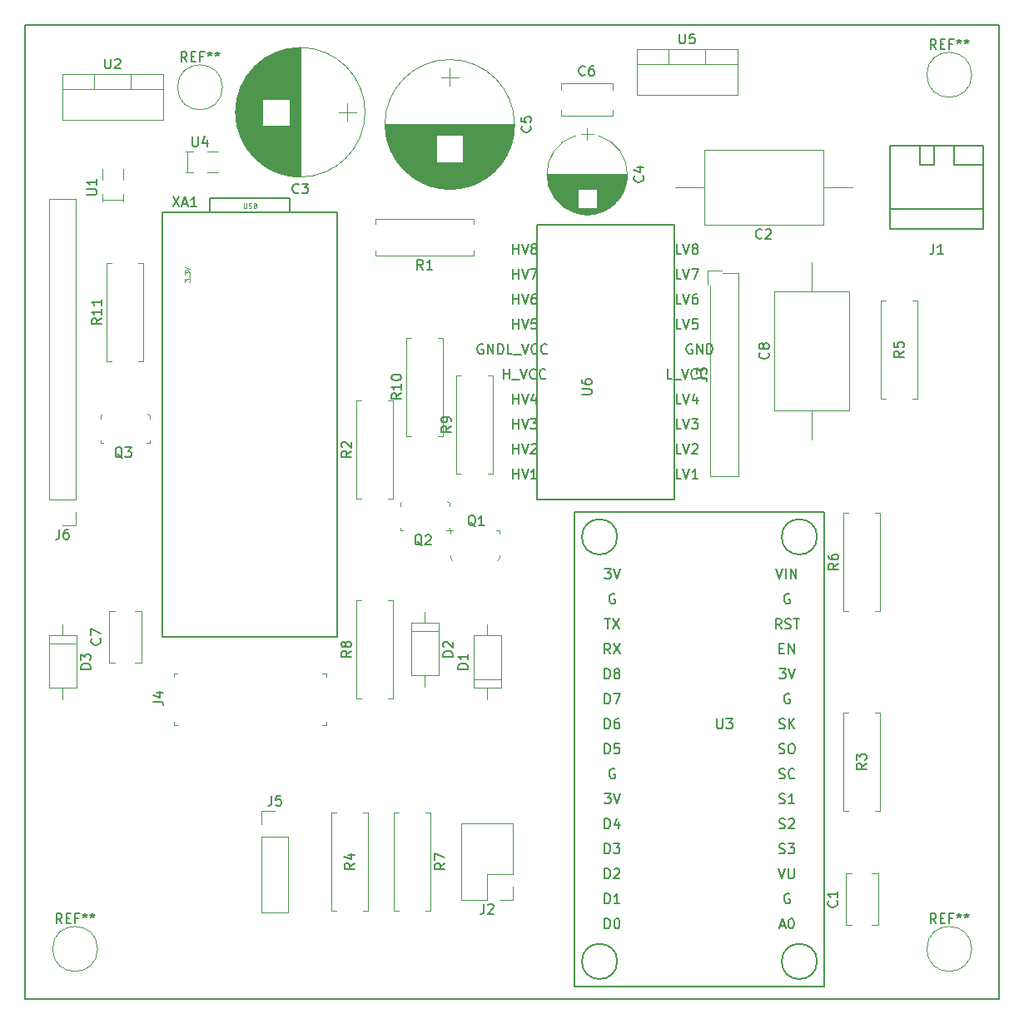
<source format=gbr>
%TF.GenerationSoftware,KiCad,Pcbnew,4.0.7*%
%TF.CreationDate,2018-09-08T06:02:45+02:00*%
%TF.ProjectId,BrauNxGen,427261754E7847656E2E6B696361645F,rev?*%
%TF.FileFunction,Legend,Top*%
%FSLAX46Y46*%
G04 Gerber Fmt 4.6, Leading zero omitted, Abs format (unit mm)*
G04 Created by KiCad (PCBNEW 4.0.7) date 09/08/18 06:02:45*
%MOMM*%
%LPD*%
G01*
G04 APERTURE LIST*
%ADD10C,0.100000*%
%ADD11C,0.150000*%
%ADD12C,0.120000*%
%ADD13C,0.075000*%
G04 APERTURE END LIST*
D10*
D11*
X82550000Y-130810000D02*
X82550000Y-31750000D01*
X181610000Y-130810000D02*
X82550000Y-130810000D01*
X82550000Y-31750000D02*
X181610000Y-31750000D01*
X181610000Y-130810000D02*
X181610000Y-31750000D01*
X109474000Y-50800000D02*
X109474000Y-49350000D01*
X109474000Y-49350000D02*
X101346000Y-49350000D01*
X101346000Y-49350000D02*
X101346000Y-50800000D01*
X114300000Y-93980000D02*
X96520000Y-93980000D01*
X114300000Y-50800000D02*
X96520000Y-50800000D01*
X96520000Y-93980000D02*
X96520000Y-50800000D01*
X114300000Y-93980000D02*
X114300000Y-50800000D01*
D12*
X165980000Y-123300000D02*
X165980000Y-118080000D01*
X169300000Y-123300000D02*
X169300000Y-118080000D01*
X165980000Y-123300000D02*
X166644000Y-123300000D01*
X168636000Y-123300000D02*
X169300000Y-123300000D01*
X165980000Y-118080000D02*
X166644000Y-118080000D01*
X168636000Y-118080000D02*
X169300000Y-118080000D01*
X163700000Y-52070000D02*
X163700000Y-44450000D01*
X163700000Y-44450000D02*
X151580000Y-44450000D01*
X151580000Y-44450000D02*
X151580000Y-52070000D01*
X151580000Y-52070000D02*
X163700000Y-52070000D01*
X166660000Y-48260000D02*
X163700000Y-48260000D01*
X148620000Y-48260000D02*
X151580000Y-48260000D01*
X117120000Y-40640000D02*
G75*
G03X117120000Y-40640000I-6590000J0D01*
G01*
X110530000Y-47190000D02*
X110530000Y-34090000D01*
X110490000Y-47190000D02*
X110490000Y-34090000D01*
X110450000Y-47190000D02*
X110450000Y-34090000D01*
X110410000Y-47189000D02*
X110410000Y-34091000D01*
X110370000Y-47189000D02*
X110370000Y-34091000D01*
X110330000Y-47187000D02*
X110330000Y-34093000D01*
X110290000Y-47186000D02*
X110290000Y-34094000D01*
X110250000Y-47185000D02*
X110250000Y-34095000D01*
X110210000Y-47183000D02*
X110210000Y-34097000D01*
X110170000Y-47181000D02*
X110170000Y-34099000D01*
X110130000Y-47178000D02*
X110130000Y-34102000D01*
X110090000Y-47176000D02*
X110090000Y-34104000D01*
X110050000Y-47173000D02*
X110050000Y-34107000D01*
X110010000Y-47170000D02*
X110010000Y-34110000D01*
X109970000Y-47167000D02*
X109970000Y-34113000D01*
X109930000Y-47163000D02*
X109930000Y-34117000D01*
X109890000Y-47159000D02*
X109890000Y-34121000D01*
X109850000Y-47155000D02*
X109850000Y-34125000D01*
X109809000Y-47151000D02*
X109809000Y-34129000D01*
X109769000Y-47147000D02*
X109769000Y-34133000D01*
X109729000Y-47142000D02*
X109729000Y-34138000D01*
X109689000Y-47137000D02*
X109689000Y-34143000D01*
X109649000Y-47131000D02*
X109649000Y-34149000D01*
X109609000Y-47126000D02*
X109609000Y-34154000D01*
X109569000Y-47120000D02*
X109569000Y-34160000D01*
X109529000Y-47114000D02*
X109529000Y-34166000D01*
X109489000Y-47108000D02*
X109489000Y-34172000D01*
X109449000Y-47101000D02*
X109449000Y-34179000D01*
X109409000Y-47095000D02*
X109409000Y-42020000D01*
X109409000Y-39260000D02*
X109409000Y-34185000D01*
X109369000Y-47088000D02*
X109369000Y-42020000D01*
X109369000Y-39260000D02*
X109369000Y-34192000D01*
X109329000Y-47080000D02*
X109329000Y-42020000D01*
X109329000Y-39260000D02*
X109329000Y-34200000D01*
X109289000Y-47073000D02*
X109289000Y-42020000D01*
X109289000Y-39260000D02*
X109289000Y-34207000D01*
X109249000Y-47065000D02*
X109249000Y-42020000D01*
X109249000Y-39260000D02*
X109249000Y-34215000D01*
X109209000Y-47057000D02*
X109209000Y-42020000D01*
X109209000Y-39260000D02*
X109209000Y-34223000D01*
X109169000Y-47049000D02*
X109169000Y-42020000D01*
X109169000Y-39260000D02*
X109169000Y-34231000D01*
X109129000Y-47040000D02*
X109129000Y-42020000D01*
X109129000Y-39260000D02*
X109129000Y-34240000D01*
X109089000Y-47031000D02*
X109089000Y-42020000D01*
X109089000Y-39260000D02*
X109089000Y-34249000D01*
X109049000Y-47022000D02*
X109049000Y-42020000D01*
X109049000Y-39260000D02*
X109049000Y-34258000D01*
X109009000Y-47013000D02*
X109009000Y-42020000D01*
X109009000Y-39260000D02*
X109009000Y-34267000D01*
X108969000Y-47003000D02*
X108969000Y-42020000D01*
X108969000Y-39260000D02*
X108969000Y-34277000D01*
X108929000Y-46993000D02*
X108929000Y-42020000D01*
X108929000Y-39260000D02*
X108929000Y-34287000D01*
X108889000Y-46983000D02*
X108889000Y-42020000D01*
X108889000Y-39260000D02*
X108889000Y-34297000D01*
X108849000Y-46973000D02*
X108849000Y-42020000D01*
X108849000Y-39260000D02*
X108849000Y-34307000D01*
X108809000Y-46962000D02*
X108809000Y-42020000D01*
X108809000Y-39260000D02*
X108809000Y-34318000D01*
X108769000Y-46951000D02*
X108769000Y-42020000D01*
X108769000Y-39260000D02*
X108769000Y-34329000D01*
X108729000Y-46940000D02*
X108729000Y-42020000D01*
X108729000Y-39260000D02*
X108729000Y-34340000D01*
X108689000Y-46928000D02*
X108689000Y-42020000D01*
X108689000Y-39260000D02*
X108689000Y-34352000D01*
X108649000Y-46917000D02*
X108649000Y-42020000D01*
X108649000Y-39260000D02*
X108649000Y-34363000D01*
X108609000Y-46905000D02*
X108609000Y-42020000D01*
X108609000Y-39260000D02*
X108609000Y-34375000D01*
X108569000Y-46892000D02*
X108569000Y-42020000D01*
X108569000Y-39260000D02*
X108569000Y-34388000D01*
X108529000Y-46880000D02*
X108529000Y-42020000D01*
X108529000Y-39260000D02*
X108529000Y-34400000D01*
X108489000Y-46867000D02*
X108489000Y-42020000D01*
X108489000Y-39260000D02*
X108489000Y-34413000D01*
X108449000Y-46854000D02*
X108449000Y-42020000D01*
X108449000Y-39260000D02*
X108449000Y-34426000D01*
X108409000Y-46840000D02*
X108409000Y-42020000D01*
X108409000Y-39260000D02*
X108409000Y-34440000D01*
X108369000Y-46826000D02*
X108369000Y-42020000D01*
X108369000Y-39260000D02*
X108369000Y-34454000D01*
X108329000Y-46812000D02*
X108329000Y-42020000D01*
X108329000Y-39260000D02*
X108329000Y-34468000D01*
X108289000Y-46798000D02*
X108289000Y-42020000D01*
X108289000Y-39260000D02*
X108289000Y-34482000D01*
X108249000Y-46784000D02*
X108249000Y-42020000D01*
X108249000Y-39260000D02*
X108249000Y-34496000D01*
X108209000Y-46769000D02*
X108209000Y-42020000D01*
X108209000Y-39260000D02*
X108209000Y-34511000D01*
X108169000Y-46753000D02*
X108169000Y-42020000D01*
X108169000Y-39260000D02*
X108169000Y-34527000D01*
X108129000Y-46738000D02*
X108129000Y-42020000D01*
X108129000Y-39260000D02*
X108129000Y-34542000D01*
X108089000Y-46722000D02*
X108089000Y-42020000D01*
X108089000Y-39260000D02*
X108089000Y-34558000D01*
X108049000Y-46706000D02*
X108049000Y-42020000D01*
X108049000Y-39260000D02*
X108049000Y-34574000D01*
X108009000Y-46690000D02*
X108009000Y-42020000D01*
X108009000Y-39260000D02*
X108009000Y-34590000D01*
X107969000Y-46673000D02*
X107969000Y-42020000D01*
X107969000Y-39260000D02*
X107969000Y-34607000D01*
X107929000Y-46656000D02*
X107929000Y-42020000D01*
X107929000Y-39260000D02*
X107929000Y-34624000D01*
X107889000Y-46639000D02*
X107889000Y-42020000D01*
X107889000Y-39260000D02*
X107889000Y-34641000D01*
X107849000Y-46621000D02*
X107849000Y-42020000D01*
X107849000Y-39260000D02*
X107849000Y-34659000D01*
X107809000Y-46603000D02*
X107809000Y-42020000D01*
X107809000Y-39260000D02*
X107809000Y-34677000D01*
X107769000Y-46585000D02*
X107769000Y-42020000D01*
X107769000Y-39260000D02*
X107769000Y-34695000D01*
X107729000Y-46566000D02*
X107729000Y-42020000D01*
X107729000Y-39260000D02*
X107729000Y-34714000D01*
X107689000Y-46547000D02*
X107689000Y-42020000D01*
X107689000Y-39260000D02*
X107689000Y-34733000D01*
X107649000Y-46528000D02*
X107649000Y-42020000D01*
X107649000Y-39260000D02*
X107649000Y-34752000D01*
X107609000Y-46508000D02*
X107609000Y-42020000D01*
X107609000Y-39260000D02*
X107609000Y-34772000D01*
X107569000Y-46488000D02*
X107569000Y-42020000D01*
X107569000Y-39260000D02*
X107569000Y-34792000D01*
X107529000Y-46468000D02*
X107529000Y-42020000D01*
X107529000Y-39260000D02*
X107529000Y-34812000D01*
X107489000Y-46447000D02*
X107489000Y-42020000D01*
X107489000Y-39260000D02*
X107489000Y-34833000D01*
X107449000Y-46426000D02*
X107449000Y-42020000D01*
X107449000Y-39260000D02*
X107449000Y-34854000D01*
X107409000Y-46405000D02*
X107409000Y-42020000D01*
X107409000Y-39260000D02*
X107409000Y-34875000D01*
X107369000Y-46383000D02*
X107369000Y-42020000D01*
X107369000Y-39260000D02*
X107369000Y-34897000D01*
X107329000Y-46361000D02*
X107329000Y-42020000D01*
X107329000Y-39260000D02*
X107329000Y-34919000D01*
X107289000Y-46339000D02*
X107289000Y-42020000D01*
X107289000Y-39260000D02*
X107289000Y-34941000D01*
X107249000Y-46316000D02*
X107249000Y-42020000D01*
X107249000Y-39260000D02*
X107249000Y-34964000D01*
X107209000Y-46293000D02*
X107209000Y-42020000D01*
X107209000Y-39260000D02*
X107209000Y-34987000D01*
X107169000Y-46270000D02*
X107169000Y-42020000D01*
X107169000Y-39260000D02*
X107169000Y-35010000D01*
X107129000Y-46246000D02*
X107129000Y-42020000D01*
X107129000Y-39260000D02*
X107129000Y-35034000D01*
X107089000Y-46221000D02*
X107089000Y-42020000D01*
X107089000Y-39260000D02*
X107089000Y-35059000D01*
X107049000Y-46197000D02*
X107049000Y-42020000D01*
X107049000Y-39260000D02*
X107049000Y-35083000D01*
X107009000Y-46172000D02*
X107009000Y-42020000D01*
X107009000Y-39260000D02*
X107009000Y-35108000D01*
X106969000Y-46146000D02*
X106969000Y-42020000D01*
X106969000Y-39260000D02*
X106969000Y-35134000D01*
X106929000Y-46120000D02*
X106929000Y-42020000D01*
X106929000Y-39260000D02*
X106929000Y-35160000D01*
X106889000Y-46094000D02*
X106889000Y-42020000D01*
X106889000Y-39260000D02*
X106889000Y-35186000D01*
X106849000Y-46067000D02*
X106849000Y-42020000D01*
X106849000Y-39260000D02*
X106849000Y-35213000D01*
X106809000Y-46040000D02*
X106809000Y-42020000D01*
X106809000Y-39260000D02*
X106809000Y-35240000D01*
X106769000Y-46013000D02*
X106769000Y-42020000D01*
X106769000Y-39260000D02*
X106769000Y-35267000D01*
X106729000Y-45985000D02*
X106729000Y-42020000D01*
X106729000Y-39260000D02*
X106729000Y-35295000D01*
X106689000Y-45956000D02*
X106689000Y-42020000D01*
X106689000Y-39260000D02*
X106689000Y-35324000D01*
X106649000Y-45927000D02*
X106649000Y-35353000D01*
X106609000Y-45898000D02*
X106609000Y-35382000D01*
X106569000Y-45868000D02*
X106569000Y-35412000D01*
X106529000Y-45838000D02*
X106529000Y-35442000D01*
X106489000Y-45807000D02*
X106489000Y-35473000D01*
X106449000Y-45776000D02*
X106449000Y-35504000D01*
X106409000Y-45744000D02*
X106409000Y-35536000D01*
X106369000Y-45712000D02*
X106369000Y-35568000D01*
X106329000Y-45679000D02*
X106329000Y-35601000D01*
X106289000Y-45645000D02*
X106289000Y-35635000D01*
X106249000Y-45611000D02*
X106249000Y-35669000D01*
X106209000Y-45577000D02*
X106209000Y-35703000D01*
X106169000Y-45542000D02*
X106169000Y-35738000D01*
X106129000Y-45506000D02*
X106129000Y-35774000D01*
X106089000Y-45470000D02*
X106089000Y-35810000D01*
X106049000Y-45433000D02*
X106049000Y-35847000D01*
X106009000Y-45396000D02*
X106009000Y-35884000D01*
X105969000Y-45358000D02*
X105969000Y-35922000D01*
X105929000Y-45319000D02*
X105929000Y-35961000D01*
X105889000Y-45280000D02*
X105889000Y-36000000D01*
X105849000Y-45240000D02*
X105849000Y-36040000D01*
X105809000Y-45199000D02*
X105809000Y-36081000D01*
X105769000Y-45158000D02*
X105769000Y-36122000D01*
X105729000Y-45116000D02*
X105729000Y-36164000D01*
X105689000Y-45073000D02*
X105689000Y-36207000D01*
X105649000Y-45029000D02*
X105649000Y-36251000D01*
X105609000Y-44985000D02*
X105609000Y-36295000D01*
X105569000Y-44939000D02*
X105569000Y-36341000D01*
X105529000Y-44893000D02*
X105529000Y-36387000D01*
X105489000Y-44846000D02*
X105489000Y-36434000D01*
X105449000Y-44798000D02*
X105449000Y-36482000D01*
X105409000Y-44749000D02*
X105409000Y-36531000D01*
X105369000Y-44700000D02*
X105369000Y-36580000D01*
X105329000Y-44649000D02*
X105329000Y-36631000D01*
X105289000Y-44597000D02*
X105289000Y-36683000D01*
X105249000Y-44544000D02*
X105249000Y-36736000D01*
X105209000Y-44490000D02*
X105209000Y-36790000D01*
X105169000Y-44434000D02*
X105169000Y-36846000D01*
X105129000Y-44378000D02*
X105129000Y-36902000D01*
X105089000Y-44320000D02*
X105089000Y-36960000D01*
X105049000Y-44261000D02*
X105049000Y-37019000D01*
X105009000Y-44200000D02*
X105009000Y-37080000D01*
X104969000Y-44138000D02*
X104969000Y-37142000D01*
X104929000Y-44074000D02*
X104929000Y-37206000D01*
X104889000Y-44009000D02*
X104889000Y-37271000D01*
X104849000Y-43942000D02*
X104849000Y-37338000D01*
X104809000Y-43873000D02*
X104809000Y-37407000D01*
X104769000Y-43802000D02*
X104769000Y-37478000D01*
X104729000Y-43729000D02*
X104729000Y-37551000D01*
X104689000Y-43654000D02*
X104689000Y-37626000D01*
X104649000Y-43576000D02*
X104649000Y-37704000D01*
X104609000Y-43496000D02*
X104609000Y-37784000D01*
X104569000Y-43412000D02*
X104569000Y-37868000D01*
X104529000Y-43326000D02*
X104529000Y-37954000D01*
X104489000Y-43236000D02*
X104489000Y-38044000D01*
X104449000Y-43142000D02*
X104449000Y-38138000D01*
X104409000Y-43045000D02*
X104409000Y-38235000D01*
X104369000Y-42942000D02*
X104369000Y-38338000D01*
X104329000Y-42834000D02*
X104329000Y-38446000D01*
X104289000Y-42720000D02*
X104289000Y-38560000D01*
X104249000Y-42598000D02*
X104249000Y-38682000D01*
X104209000Y-42468000D02*
X104209000Y-38812000D01*
X104169000Y-42326000D02*
X104169000Y-38954000D01*
X104129000Y-42172000D02*
X104129000Y-39108000D01*
X104089000Y-41999000D02*
X104089000Y-39281000D01*
X104049000Y-41800000D02*
X104049000Y-39480000D01*
X104009000Y-41558000D02*
X104009000Y-39722000D01*
X103969000Y-41229000D02*
X103969000Y-40051000D01*
X116230000Y-40640000D02*
X114430000Y-40640000D01*
X115330000Y-41540000D02*
X115330000Y-39740000D01*
X140877445Y-50866851D02*
G75*
G03X140880000Y-43033918I-1177445J3916851D01*
G01*
X138522555Y-50866851D02*
G75*
G02X138520000Y-43033918I1177445J3916851D01*
G01*
X138522555Y-50866851D02*
G75*
G03X140880000Y-50866082I1177445J3916851D01*
G01*
X143750000Y-46950000D02*
X135650000Y-46950000D01*
X143750000Y-46990000D02*
X135650000Y-46990000D01*
X143750000Y-47030000D02*
X135650000Y-47030000D01*
X143749000Y-47070000D02*
X135651000Y-47070000D01*
X143747000Y-47110000D02*
X135653000Y-47110000D01*
X143746000Y-47150000D02*
X135654000Y-47150000D01*
X143743000Y-47190000D02*
X135657000Y-47190000D01*
X143741000Y-47230000D02*
X135659000Y-47230000D01*
X143738000Y-47270000D02*
X135662000Y-47270000D01*
X143735000Y-47310000D02*
X135665000Y-47310000D01*
X143731000Y-47350000D02*
X135669000Y-47350000D01*
X143727000Y-47390000D02*
X135673000Y-47390000D01*
X143722000Y-47430000D02*
X135678000Y-47430000D01*
X143717000Y-47470000D02*
X135683000Y-47470000D01*
X143712000Y-47510000D02*
X135688000Y-47510000D01*
X143706000Y-47550000D02*
X135694000Y-47550000D01*
X143700000Y-47590000D02*
X135700000Y-47590000D01*
X143694000Y-47630000D02*
X135706000Y-47630000D01*
X143687000Y-47671000D02*
X135713000Y-47671000D01*
X143679000Y-47711000D02*
X135721000Y-47711000D01*
X143671000Y-47751000D02*
X135729000Y-47751000D01*
X143663000Y-47791000D02*
X135737000Y-47791000D01*
X143655000Y-47831000D02*
X135745000Y-47831000D01*
X143646000Y-47871000D02*
X135754000Y-47871000D01*
X143636000Y-47911000D02*
X135764000Y-47911000D01*
X143626000Y-47951000D02*
X135774000Y-47951000D01*
X143616000Y-47991000D02*
X135784000Y-47991000D01*
X143605000Y-48031000D02*
X135795000Y-48031000D01*
X143594000Y-48071000D02*
X135806000Y-48071000D01*
X143583000Y-48111000D02*
X135817000Y-48111000D01*
X143570000Y-48151000D02*
X135830000Y-48151000D01*
X143558000Y-48191000D02*
X135842000Y-48191000D01*
X143545000Y-48231000D02*
X135855000Y-48231000D01*
X143532000Y-48271000D02*
X135868000Y-48271000D01*
X143518000Y-48311000D02*
X135882000Y-48311000D01*
X143503000Y-48351000D02*
X135897000Y-48351000D01*
X143489000Y-48391000D02*
X135911000Y-48391000D01*
X143473000Y-48431000D02*
X135927000Y-48431000D01*
X143458000Y-48471000D02*
X140680000Y-48471000D01*
X138720000Y-48471000D02*
X135942000Y-48471000D01*
X143441000Y-48511000D02*
X140680000Y-48511000D01*
X138720000Y-48511000D02*
X135959000Y-48511000D01*
X143425000Y-48551000D02*
X140680000Y-48551000D01*
X138720000Y-48551000D02*
X135975000Y-48551000D01*
X143407000Y-48591000D02*
X140680000Y-48591000D01*
X138720000Y-48591000D02*
X135993000Y-48591000D01*
X143390000Y-48631000D02*
X140680000Y-48631000D01*
X138720000Y-48631000D02*
X136010000Y-48631000D01*
X143371000Y-48671000D02*
X140680000Y-48671000D01*
X138720000Y-48671000D02*
X136029000Y-48671000D01*
X143352000Y-48711000D02*
X140680000Y-48711000D01*
X138720000Y-48711000D02*
X136048000Y-48711000D01*
X143333000Y-48751000D02*
X140680000Y-48751000D01*
X138720000Y-48751000D02*
X136067000Y-48751000D01*
X143313000Y-48791000D02*
X140680000Y-48791000D01*
X138720000Y-48791000D02*
X136087000Y-48791000D01*
X143293000Y-48831000D02*
X140680000Y-48831000D01*
X138720000Y-48831000D02*
X136107000Y-48831000D01*
X143272000Y-48871000D02*
X140680000Y-48871000D01*
X138720000Y-48871000D02*
X136128000Y-48871000D01*
X143250000Y-48911000D02*
X140680000Y-48911000D01*
X138720000Y-48911000D02*
X136150000Y-48911000D01*
X143228000Y-48951000D02*
X140680000Y-48951000D01*
X138720000Y-48951000D02*
X136172000Y-48951000D01*
X143205000Y-48991000D02*
X140680000Y-48991000D01*
X138720000Y-48991000D02*
X136195000Y-48991000D01*
X143182000Y-49031000D02*
X140680000Y-49031000D01*
X138720000Y-49031000D02*
X136218000Y-49031000D01*
X143158000Y-49071000D02*
X140680000Y-49071000D01*
X138720000Y-49071000D02*
X136242000Y-49071000D01*
X143134000Y-49111000D02*
X140680000Y-49111000D01*
X138720000Y-49111000D02*
X136266000Y-49111000D01*
X143108000Y-49151000D02*
X140680000Y-49151000D01*
X138720000Y-49151000D02*
X136292000Y-49151000D01*
X143083000Y-49191000D02*
X140680000Y-49191000D01*
X138720000Y-49191000D02*
X136317000Y-49191000D01*
X143056000Y-49231000D02*
X140680000Y-49231000D01*
X138720000Y-49231000D02*
X136344000Y-49231000D01*
X143029000Y-49271000D02*
X140680000Y-49271000D01*
X138720000Y-49271000D02*
X136371000Y-49271000D01*
X143001000Y-49311000D02*
X140680000Y-49311000D01*
X138720000Y-49311000D02*
X136399000Y-49311000D01*
X142972000Y-49351000D02*
X140680000Y-49351000D01*
X138720000Y-49351000D02*
X136428000Y-49351000D01*
X142943000Y-49391000D02*
X140680000Y-49391000D01*
X138720000Y-49391000D02*
X136457000Y-49391000D01*
X142913000Y-49431000D02*
X140680000Y-49431000D01*
X138720000Y-49431000D02*
X136487000Y-49431000D01*
X142882000Y-49471000D02*
X140680000Y-49471000D01*
X138720000Y-49471000D02*
X136518000Y-49471000D01*
X142850000Y-49511000D02*
X140680000Y-49511000D01*
X138720000Y-49511000D02*
X136550000Y-49511000D01*
X142818000Y-49551000D02*
X140680000Y-49551000D01*
X138720000Y-49551000D02*
X136582000Y-49551000D01*
X142784000Y-49591000D02*
X140680000Y-49591000D01*
X138720000Y-49591000D02*
X136616000Y-49591000D01*
X142750000Y-49631000D02*
X140680000Y-49631000D01*
X138720000Y-49631000D02*
X136650000Y-49631000D01*
X142715000Y-49671000D02*
X140680000Y-49671000D01*
X138720000Y-49671000D02*
X136685000Y-49671000D01*
X142679000Y-49711000D02*
X140680000Y-49711000D01*
X138720000Y-49711000D02*
X136721000Y-49711000D01*
X142642000Y-49751000D02*
X140680000Y-49751000D01*
X138720000Y-49751000D02*
X136758000Y-49751000D01*
X142604000Y-49791000D02*
X140680000Y-49791000D01*
X138720000Y-49791000D02*
X136796000Y-49791000D01*
X142565000Y-49831000D02*
X140680000Y-49831000D01*
X138720000Y-49831000D02*
X136835000Y-49831000D01*
X142524000Y-49871000D02*
X140680000Y-49871000D01*
X138720000Y-49871000D02*
X136876000Y-49871000D01*
X142483000Y-49911000D02*
X140680000Y-49911000D01*
X138720000Y-49911000D02*
X136917000Y-49911000D01*
X142440000Y-49951000D02*
X140680000Y-49951000D01*
X138720000Y-49951000D02*
X136960000Y-49951000D01*
X142397000Y-49991000D02*
X140680000Y-49991000D01*
X138720000Y-49991000D02*
X137003000Y-49991000D01*
X142352000Y-50031000D02*
X140680000Y-50031000D01*
X138720000Y-50031000D02*
X137048000Y-50031000D01*
X142305000Y-50071000D02*
X140680000Y-50071000D01*
X138720000Y-50071000D02*
X137095000Y-50071000D01*
X142257000Y-50111000D02*
X140680000Y-50111000D01*
X138720000Y-50111000D02*
X137143000Y-50111000D01*
X142208000Y-50151000D02*
X140680000Y-50151000D01*
X138720000Y-50151000D02*
X137192000Y-50151000D01*
X142157000Y-50191000D02*
X140680000Y-50191000D01*
X138720000Y-50191000D02*
X137243000Y-50191000D01*
X142104000Y-50231000D02*
X140680000Y-50231000D01*
X138720000Y-50231000D02*
X137296000Y-50231000D01*
X142049000Y-50271000D02*
X140680000Y-50271000D01*
X138720000Y-50271000D02*
X137351000Y-50271000D01*
X141993000Y-50311000D02*
X140680000Y-50311000D01*
X138720000Y-50311000D02*
X137407000Y-50311000D01*
X141934000Y-50351000D02*
X140680000Y-50351000D01*
X138720000Y-50351000D02*
X137466000Y-50351000D01*
X141873000Y-50391000D02*
X140680000Y-50391000D01*
X138720000Y-50391000D02*
X137527000Y-50391000D01*
X141809000Y-50431000D02*
X137591000Y-50431000D01*
X141743000Y-50471000D02*
X137657000Y-50471000D01*
X141674000Y-50511000D02*
X137726000Y-50511000D01*
X141602000Y-50551000D02*
X137798000Y-50551000D01*
X141526000Y-50591000D02*
X137874000Y-50591000D01*
X141445000Y-50631000D02*
X137955000Y-50631000D01*
X141360000Y-50671000D02*
X138040000Y-50671000D01*
X141270000Y-50711000D02*
X138130000Y-50711000D01*
X141173000Y-50751000D02*
X138227000Y-50751000D01*
X141069000Y-50791000D02*
X138331000Y-50791000D01*
X140954000Y-50831000D02*
X138446000Y-50831000D01*
X140827000Y-50871000D02*
X138573000Y-50871000D01*
X140683000Y-50911000D02*
X138717000Y-50911000D01*
X140514000Y-50951000D02*
X138886000Y-50951000D01*
X140298000Y-50991000D02*
X139102000Y-50991000D01*
X139946000Y-51031000D02*
X139454000Y-51031000D01*
X139700000Y-42250000D02*
X139700000Y-43450000D01*
X140350000Y-42850000D02*
X139050000Y-42850000D01*
X132320000Y-41870000D02*
G75*
G03X132320000Y-41870000I-6590000J0D01*
G01*
X132280000Y-41870000D02*
X119180000Y-41870000D01*
X132280000Y-41910000D02*
X119180000Y-41910000D01*
X132280000Y-41950000D02*
X119180000Y-41950000D01*
X132279000Y-41990000D02*
X119181000Y-41990000D01*
X132279000Y-42030000D02*
X119181000Y-42030000D01*
X132277000Y-42070000D02*
X119183000Y-42070000D01*
X132276000Y-42110000D02*
X119184000Y-42110000D01*
X132275000Y-42150000D02*
X119185000Y-42150000D01*
X132273000Y-42190000D02*
X119187000Y-42190000D01*
X132271000Y-42230000D02*
X119189000Y-42230000D01*
X132268000Y-42270000D02*
X119192000Y-42270000D01*
X132266000Y-42310000D02*
X119194000Y-42310000D01*
X132263000Y-42350000D02*
X119197000Y-42350000D01*
X132260000Y-42390000D02*
X119200000Y-42390000D01*
X132257000Y-42430000D02*
X119203000Y-42430000D01*
X132253000Y-42470000D02*
X119207000Y-42470000D01*
X132249000Y-42510000D02*
X119211000Y-42510000D01*
X132245000Y-42550000D02*
X119215000Y-42550000D01*
X132241000Y-42591000D02*
X119219000Y-42591000D01*
X132237000Y-42631000D02*
X119223000Y-42631000D01*
X132232000Y-42671000D02*
X119228000Y-42671000D01*
X132227000Y-42711000D02*
X119233000Y-42711000D01*
X132221000Y-42751000D02*
X119239000Y-42751000D01*
X132216000Y-42791000D02*
X119244000Y-42791000D01*
X132210000Y-42831000D02*
X119250000Y-42831000D01*
X132204000Y-42871000D02*
X119256000Y-42871000D01*
X132198000Y-42911000D02*
X119262000Y-42911000D01*
X132191000Y-42951000D02*
X119269000Y-42951000D01*
X132185000Y-42991000D02*
X127110000Y-42991000D01*
X124350000Y-42991000D02*
X119275000Y-42991000D01*
X132178000Y-43031000D02*
X127110000Y-43031000D01*
X124350000Y-43031000D02*
X119282000Y-43031000D01*
X132170000Y-43071000D02*
X127110000Y-43071000D01*
X124350000Y-43071000D02*
X119290000Y-43071000D01*
X132163000Y-43111000D02*
X127110000Y-43111000D01*
X124350000Y-43111000D02*
X119297000Y-43111000D01*
X132155000Y-43151000D02*
X127110000Y-43151000D01*
X124350000Y-43151000D02*
X119305000Y-43151000D01*
X132147000Y-43191000D02*
X127110000Y-43191000D01*
X124350000Y-43191000D02*
X119313000Y-43191000D01*
X132139000Y-43231000D02*
X127110000Y-43231000D01*
X124350000Y-43231000D02*
X119321000Y-43231000D01*
X132130000Y-43271000D02*
X127110000Y-43271000D01*
X124350000Y-43271000D02*
X119330000Y-43271000D01*
X132121000Y-43311000D02*
X127110000Y-43311000D01*
X124350000Y-43311000D02*
X119339000Y-43311000D01*
X132112000Y-43351000D02*
X127110000Y-43351000D01*
X124350000Y-43351000D02*
X119348000Y-43351000D01*
X132103000Y-43391000D02*
X127110000Y-43391000D01*
X124350000Y-43391000D02*
X119357000Y-43391000D01*
X132093000Y-43431000D02*
X127110000Y-43431000D01*
X124350000Y-43431000D02*
X119367000Y-43431000D01*
X132083000Y-43471000D02*
X127110000Y-43471000D01*
X124350000Y-43471000D02*
X119377000Y-43471000D01*
X132073000Y-43511000D02*
X127110000Y-43511000D01*
X124350000Y-43511000D02*
X119387000Y-43511000D01*
X132063000Y-43551000D02*
X127110000Y-43551000D01*
X124350000Y-43551000D02*
X119397000Y-43551000D01*
X132052000Y-43591000D02*
X127110000Y-43591000D01*
X124350000Y-43591000D02*
X119408000Y-43591000D01*
X132041000Y-43631000D02*
X127110000Y-43631000D01*
X124350000Y-43631000D02*
X119419000Y-43631000D01*
X132030000Y-43671000D02*
X127110000Y-43671000D01*
X124350000Y-43671000D02*
X119430000Y-43671000D01*
X132018000Y-43711000D02*
X127110000Y-43711000D01*
X124350000Y-43711000D02*
X119442000Y-43711000D01*
X132007000Y-43751000D02*
X127110000Y-43751000D01*
X124350000Y-43751000D02*
X119453000Y-43751000D01*
X131995000Y-43791000D02*
X127110000Y-43791000D01*
X124350000Y-43791000D02*
X119465000Y-43791000D01*
X131982000Y-43831000D02*
X127110000Y-43831000D01*
X124350000Y-43831000D02*
X119478000Y-43831000D01*
X131970000Y-43871000D02*
X127110000Y-43871000D01*
X124350000Y-43871000D02*
X119490000Y-43871000D01*
X131957000Y-43911000D02*
X127110000Y-43911000D01*
X124350000Y-43911000D02*
X119503000Y-43911000D01*
X131944000Y-43951000D02*
X127110000Y-43951000D01*
X124350000Y-43951000D02*
X119516000Y-43951000D01*
X131930000Y-43991000D02*
X127110000Y-43991000D01*
X124350000Y-43991000D02*
X119530000Y-43991000D01*
X131916000Y-44031000D02*
X127110000Y-44031000D01*
X124350000Y-44031000D02*
X119544000Y-44031000D01*
X131902000Y-44071000D02*
X127110000Y-44071000D01*
X124350000Y-44071000D02*
X119558000Y-44071000D01*
X131888000Y-44111000D02*
X127110000Y-44111000D01*
X124350000Y-44111000D02*
X119572000Y-44111000D01*
X131874000Y-44151000D02*
X127110000Y-44151000D01*
X124350000Y-44151000D02*
X119586000Y-44151000D01*
X131859000Y-44191000D02*
X127110000Y-44191000D01*
X124350000Y-44191000D02*
X119601000Y-44191000D01*
X131843000Y-44231000D02*
X127110000Y-44231000D01*
X124350000Y-44231000D02*
X119617000Y-44231000D01*
X131828000Y-44271000D02*
X127110000Y-44271000D01*
X124350000Y-44271000D02*
X119632000Y-44271000D01*
X131812000Y-44311000D02*
X127110000Y-44311000D01*
X124350000Y-44311000D02*
X119648000Y-44311000D01*
X131796000Y-44351000D02*
X127110000Y-44351000D01*
X124350000Y-44351000D02*
X119664000Y-44351000D01*
X131780000Y-44391000D02*
X127110000Y-44391000D01*
X124350000Y-44391000D02*
X119680000Y-44391000D01*
X131763000Y-44431000D02*
X127110000Y-44431000D01*
X124350000Y-44431000D02*
X119697000Y-44431000D01*
X131746000Y-44471000D02*
X127110000Y-44471000D01*
X124350000Y-44471000D02*
X119714000Y-44471000D01*
X131729000Y-44511000D02*
X127110000Y-44511000D01*
X124350000Y-44511000D02*
X119731000Y-44511000D01*
X131711000Y-44551000D02*
X127110000Y-44551000D01*
X124350000Y-44551000D02*
X119749000Y-44551000D01*
X131693000Y-44591000D02*
X127110000Y-44591000D01*
X124350000Y-44591000D02*
X119767000Y-44591000D01*
X131675000Y-44631000D02*
X127110000Y-44631000D01*
X124350000Y-44631000D02*
X119785000Y-44631000D01*
X131656000Y-44671000D02*
X127110000Y-44671000D01*
X124350000Y-44671000D02*
X119804000Y-44671000D01*
X131637000Y-44711000D02*
X127110000Y-44711000D01*
X124350000Y-44711000D02*
X119823000Y-44711000D01*
X131618000Y-44751000D02*
X127110000Y-44751000D01*
X124350000Y-44751000D02*
X119842000Y-44751000D01*
X131598000Y-44791000D02*
X127110000Y-44791000D01*
X124350000Y-44791000D02*
X119862000Y-44791000D01*
X131578000Y-44831000D02*
X127110000Y-44831000D01*
X124350000Y-44831000D02*
X119882000Y-44831000D01*
X131558000Y-44871000D02*
X127110000Y-44871000D01*
X124350000Y-44871000D02*
X119902000Y-44871000D01*
X131537000Y-44911000D02*
X127110000Y-44911000D01*
X124350000Y-44911000D02*
X119923000Y-44911000D01*
X131516000Y-44951000D02*
X127110000Y-44951000D01*
X124350000Y-44951000D02*
X119944000Y-44951000D01*
X131495000Y-44991000D02*
X127110000Y-44991000D01*
X124350000Y-44991000D02*
X119965000Y-44991000D01*
X131473000Y-45031000D02*
X127110000Y-45031000D01*
X124350000Y-45031000D02*
X119987000Y-45031000D01*
X131451000Y-45071000D02*
X127110000Y-45071000D01*
X124350000Y-45071000D02*
X120009000Y-45071000D01*
X131429000Y-45111000D02*
X127110000Y-45111000D01*
X124350000Y-45111000D02*
X120031000Y-45111000D01*
X131406000Y-45151000D02*
X127110000Y-45151000D01*
X124350000Y-45151000D02*
X120054000Y-45151000D01*
X131383000Y-45191000D02*
X127110000Y-45191000D01*
X124350000Y-45191000D02*
X120077000Y-45191000D01*
X131360000Y-45231000D02*
X127110000Y-45231000D01*
X124350000Y-45231000D02*
X120100000Y-45231000D01*
X131336000Y-45271000D02*
X127110000Y-45271000D01*
X124350000Y-45271000D02*
X120124000Y-45271000D01*
X131311000Y-45311000D02*
X127110000Y-45311000D01*
X124350000Y-45311000D02*
X120149000Y-45311000D01*
X131287000Y-45351000D02*
X127110000Y-45351000D01*
X124350000Y-45351000D02*
X120173000Y-45351000D01*
X131262000Y-45391000D02*
X127110000Y-45391000D01*
X124350000Y-45391000D02*
X120198000Y-45391000D01*
X131236000Y-45431000D02*
X127110000Y-45431000D01*
X124350000Y-45431000D02*
X120224000Y-45431000D01*
X131210000Y-45471000D02*
X127110000Y-45471000D01*
X124350000Y-45471000D02*
X120250000Y-45471000D01*
X131184000Y-45511000D02*
X127110000Y-45511000D01*
X124350000Y-45511000D02*
X120276000Y-45511000D01*
X131157000Y-45551000D02*
X127110000Y-45551000D01*
X124350000Y-45551000D02*
X120303000Y-45551000D01*
X131130000Y-45591000D02*
X127110000Y-45591000D01*
X124350000Y-45591000D02*
X120330000Y-45591000D01*
X131103000Y-45631000D02*
X127110000Y-45631000D01*
X124350000Y-45631000D02*
X120357000Y-45631000D01*
X131075000Y-45671000D02*
X127110000Y-45671000D01*
X124350000Y-45671000D02*
X120385000Y-45671000D01*
X131046000Y-45711000D02*
X127110000Y-45711000D01*
X124350000Y-45711000D02*
X120414000Y-45711000D01*
X131017000Y-45751000D02*
X120443000Y-45751000D01*
X130988000Y-45791000D02*
X120472000Y-45791000D01*
X130958000Y-45831000D02*
X120502000Y-45831000D01*
X130928000Y-45871000D02*
X120532000Y-45871000D01*
X130897000Y-45911000D02*
X120563000Y-45911000D01*
X130866000Y-45951000D02*
X120594000Y-45951000D01*
X130834000Y-45991000D02*
X120626000Y-45991000D01*
X130802000Y-46031000D02*
X120658000Y-46031000D01*
X130769000Y-46071000D02*
X120691000Y-46071000D01*
X130735000Y-46111000D02*
X120725000Y-46111000D01*
X130701000Y-46151000D02*
X120759000Y-46151000D01*
X130667000Y-46191000D02*
X120793000Y-46191000D01*
X130632000Y-46231000D02*
X120828000Y-46231000D01*
X130596000Y-46271000D02*
X120864000Y-46271000D01*
X130560000Y-46311000D02*
X120900000Y-46311000D01*
X130523000Y-46351000D02*
X120937000Y-46351000D01*
X130486000Y-46391000D02*
X120974000Y-46391000D01*
X130448000Y-46431000D02*
X121012000Y-46431000D01*
X130409000Y-46471000D02*
X121051000Y-46471000D01*
X130370000Y-46511000D02*
X121090000Y-46511000D01*
X130330000Y-46551000D02*
X121130000Y-46551000D01*
X130289000Y-46591000D02*
X121171000Y-46591000D01*
X130248000Y-46631000D02*
X121212000Y-46631000D01*
X130206000Y-46671000D02*
X121254000Y-46671000D01*
X130163000Y-46711000D02*
X121297000Y-46711000D01*
X130119000Y-46751000D02*
X121341000Y-46751000D01*
X130075000Y-46791000D02*
X121385000Y-46791000D01*
X130029000Y-46831000D02*
X121431000Y-46831000D01*
X129983000Y-46871000D02*
X121477000Y-46871000D01*
X129936000Y-46911000D02*
X121524000Y-46911000D01*
X129888000Y-46951000D02*
X121572000Y-46951000D01*
X129839000Y-46991000D02*
X121621000Y-46991000D01*
X129790000Y-47031000D02*
X121670000Y-47031000D01*
X129739000Y-47071000D02*
X121721000Y-47071000D01*
X129687000Y-47111000D02*
X121773000Y-47111000D01*
X129634000Y-47151000D02*
X121826000Y-47151000D01*
X129580000Y-47191000D02*
X121880000Y-47191000D01*
X129524000Y-47231000D02*
X121936000Y-47231000D01*
X129468000Y-47271000D02*
X121992000Y-47271000D01*
X129410000Y-47311000D02*
X122050000Y-47311000D01*
X129351000Y-47351000D02*
X122109000Y-47351000D01*
X129290000Y-47391000D02*
X122170000Y-47391000D01*
X129228000Y-47431000D02*
X122232000Y-47431000D01*
X129164000Y-47471000D02*
X122296000Y-47471000D01*
X129099000Y-47511000D02*
X122361000Y-47511000D01*
X129032000Y-47551000D02*
X122428000Y-47551000D01*
X128963000Y-47591000D02*
X122497000Y-47591000D01*
X128892000Y-47631000D02*
X122568000Y-47631000D01*
X128819000Y-47671000D02*
X122641000Y-47671000D01*
X128744000Y-47711000D02*
X122716000Y-47711000D01*
X128666000Y-47751000D02*
X122794000Y-47751000D01*
X128586000Y-47791000D02*
X122874000Y-47791000D01*
X128502000Y-47831000D02*
X122958000Y-47831000D01*
X128416000Y-47871000D02*
X123044000Y-47871000D01*
X128326000Y-47911000D02*
X123134000Y-47911000D01*
X128232000Y-47951000D02*
X123228000Y-47951000D01*
X128135000Y-47991000D02*
X123325000Y-47991000D01*
X128032000Y-48031000D02*
X123428000Y-48031000D01*
X127924000Y-48071000D02*
X123536000Y-48071000D01*
X127810000Y-48111000D02*
X123650000Y-48111000D01*
X127688000Y-48151000D02*
X123772000Y-48151000D01*
X127558000Y-48191000D02*
X123902000Y-48191000D01*
X127416000Y-48231000D02*
X124044000Y-48231000D01*
X127262000Y-48271000D02*
X124198000Y-48271000D01*
X127089000Y-48311000D02*
X124371000Y-48311000D01*
X126890000Y-48351000D02*
X124570000Y-48351000D01*
X126648000Y-48391000D02*
X124812000Y-48391000D01*
X126319000Y-48431000D02*
X125141000Y-48431000D01*
X125730000Y-36170000D02*
X125730000Y-37970000D01*
X126630000Y-37070000D02*
X124830000Y-37070000D01*
X137050000Y-37710000D02*
X142270000Y-37710000D01*
X137050000Y-41030000D02*
X142270000Y-41030000D01*
X137050000Y-37710000D02*
X137050000Y-38374000D01*
X137050000Y-40366000D02*
X137050000Y-41030000D01*
X142270000Y-37710000D02*
X142270000Y-38374000D01*
X142270000Y-40366000D02*
X142270000Y-41030000D01*
X91050000Y-96630000D02*
X91050000Y-91410000D01*
X94370000Y-96630000D02*
X94370000Y-91410000D01*
X91050000Y-96630000D02*
X91714000Y-96630000D01*
X93706000Y-96630000D02*
X94370000Y-96630000D01*
X91050000Y-91410000D02*
X91714000Y-91410000D01*
X93706000Y-91410000D02*
X94370000Y-91410000D01*
X128130000Y-99180000D02*
X130950000Y-99180000D01*
X130950000Y-99180000D02*
X130950000Y-93860000D01*
X130950000Y-93860000D02*
X128130000Y-93860000D01*
X128130000Y-93860000D02*
X128130000Y-99180000D01*
X129540000Y-100320000D02*
X129540000Y-99180000D01*
X129540000Y-92720000D02*
X129540000Y-93860000D01*
X128130000Y-98340000D02*
X130950000Y-98340000D01*
X87770000Y-93860000D02*
X84950000Y-93860000D01*
X84950000Y-93860000D02*
X84950000Y-99180000D01*
X84950000Y-99180000D02*
X87770000Y-99180000D01*
X87770000Y-99180000D02*
X87770000Y-93860000D01*
X86360000Y-92720000D02*
X86360000Y-93860000D01*
X86360000Y-100320000D02*
X86360000Y-99180000D01*
X87770000Y-94700000D02*
X84950000Y-94700000D01*
D11*
X180009800Y-50510440D02*
X170510200Y-50510440D01*
X175011080Y-44010580D02*
X175011080Y-46009560D01*
X175011080Y-46009560D02*
X173509940Y-46009560D01*
X173509940Y-46009560D02*
X173509940Y-44010580D01*
X180009800Y-46009560D02*
X177010060Y-46009560D01*
X177010060Y-46009560D02*
X177010060Y-44058840D01*
X170510200Y-44010580D02*
X170510200Y-52509420D01*
X170510200Y-52509420D02*
X180009800Y-52509420D01*
X180009800Y-52509420D02*
X180009800Y-44010580D01*
X180009800Y-44010580D02*
X170510200Y-44010580D01*
D12*
X153500000Y-57000000D02*
X155090000Y-57000000D01*
X155090000Y-57000000D02*
X155090000Y-77620000D01*
X155090000Y-77620000D02*
X152250000Y-77620000D01*
X152250000Y-77620000D02*
X152250000Y-58250000D01*
X153400000Y-56750000D02*
X152000000Y-56750000D01*
X152000000Y-56750000D02*
X152000000Y-58150000D01*
X128200000Y-54720000D02*
X128200000Y-55200000D01*
X128200000Y-55200000D02*
X118180000Y-55200000D01*
X118180000Y-55200000D02*
X118180000Y-54720000D01*
X128200000Y-51960000D02*
X128200000Y-51480000D01*
X128200000Y-51480000D02*
X118180000Y-51480000D01*
X118180000Y-51480000D02*
X118180000Y-51960000D01*
X116730000Y-79940000D02*
X116250000Y-79940000D01*
X116250000Y-79940000D02*
X116250000Y-69920000D01*
X116250000Y-69920000D02*
X116730000Y-69920000D01*
X119490000Y-79940000D02*
X119970000Y-79940000D01*
X119970000Y-79940000D02*
X119970000Y-69920000D01*
X119970000Y-69920000D02*
X119490000Y-69920000D01*
X166260000Y-111690000D02*
X165780000Y-111690000D01*
X165780000Y-111690000D02*
X165780000Y-101670000D01*
X165780000Y-101670000D02*
X166260000Y-101670000D01*
X169020000Y-111690000D02*
X169500000Y-111690000D01*
X169500000Y-111690000D02*
X169500000Y-101670000D01*
X169500000Y-101670000D02*
X169020000Y-101670000D01*
X116950000Y-111830000D02*
X117430000Y-111830000D01*
X117430000Y-111830000D02*
X117430000Y-121850000D01*
X117430000Y-121850000D02*
X116950000Y-121850000D01*
X114190000Y-111830000D02*
X113710000Y-111830000D01*
X113710000Y-111830000D02*
X113710000Y-121850000D01*
X113710000Y-121850000D02*
X114190000Y-121850000D01*
X170070000Y-69780000D02*
X169590000Y-69780000D01*
X169590000Y-69780000D02*
X169590000Y-59760000D01*
X169590000Y-59760000D02*
X170070000Y-59760000D01*
X172830000Y-69780000D02*
X173310000Y-69780000D01*
X173310000Y-69780000D02*
X173310000Y-59760000D01*
X173310000Y-59760000D02*
X172830000Y-59760000D01*
X166260000Y-91370000D02*
X165780000Y-91370000D01*
X165780000Y-91370000D02*
X165780000Y-81350000D01*
X165780000Y-81350000D02*
X166260000Y-81350000D01*
X169020000Y-91370000D02*
X169500000Y-91370000D01*
X169500000Y-91370000D02*
X169500000Y-81350000D01*
X169500000Y-81350000D02*
X169020000Y-81350000D01*
X123300000Y-111830000D02*
X123780000Y-111830000D01*
X123780000Y-111830000D02*
X123780000Y-121850000D01*
X123780000Y-121850000D02*
X123300000Y-121850000D01*
X120540000Y-111830000D02*
X120060000Y-111830000D01*
X120060000Y-111830000D02*
X120060000Y-121850000D01*
X120060000Y-121850000D02*
X120540000Y-121850000D01*
X116730000Y-100260000D02*
X116250000Y-100260000D01*
X116250000Y-100260000D02*
X116250000Y-90240000D01*
X116250000Y-90240000D02*
X116730000Y-90240000D01*
X119490000Y-100260000D02*
X119970000Y-100260000D01*
X119970000Y-100260000D02*
X119970000Y-90240000D01*
X119970000Y-90240000D02*
X119490000Y-90240000D01*
X126890000Y-77400000D02*
X126410000Y-77400000D01*
X126410000Y-77400000D02*
X126410000Y-67380000D01*
X126410000Y-67380000D02*
X126890000Y-67380000D01*
X129650000Y-77400000D02*
X130130000Y-77400000D01*
X130130000Y-77400000D02*
X130130000Y-67380000D01*
X130130000Y-67380000D02*
X129650000Y-67380000D01*
X121810000Y-73590000D02*
X121330000Y-73590000D01*
X121330000Y-73590000D02*
X121330000Y-63570000D01*
X121330000Y-63570000D02*
X121810000Y-63570000D01*
X124570000Y-73590000D02*
X125050000Y-73590000D01*
X125050000Y-73590000D02*
X125050000Y-63570000D01*
X125050000Y-63570000D02*
X124570000Y-63570000D01*
X91330000Y-65970000D02*
X90850000Y-65970000D01*
X90850000Y-65970000D02*
X90850000Y-55950000D01*
X90850000Y-55950000D02*
X91330000Y-55950000D01*
X94090000Y-65970000D02*
X94570000Y-65970000D01*
X94570000Y-65970000D02*
X94570000Y-55950000D01*
X94570000Y-55950000D02*
X94090000Y-55950000D01*
D11*
X163830000Y-81280000D02*
X138430000Y-81280000D01*
X138430000Y-81280000D02*
X138430000Y-129540000D01*
X138430000Y-129540000D02*
X163830000Y-129540000D01*
X163830000Y-129540000D02*
X163830000Y-81280000D01*
X142766051Y-83820000D02*
G75*
G03X142766051Y-83820000I-1796051J0D01*
G01*
X163086051Y-83820000D02*
G75*
G03X163086051Y-83820000I-1796051J0D01*
G01*
X163086051Y-127000000D02*
G75*
G03X163086051Y-127000000I-1796051J0D01*
G01*
X142766051Y-127000000D02*
G75*
G03X142766051Y-127000000I-1796051J0D01*
G01*
X148590000Y-80010000D02*
X148590000Y-52070000D01*
X148590000Y-52070000D02*
X134620000Y-52070000D01*
X134620000Y-52070000D02*
X134620000Y-80010000D01*
X134620000Y-80010000D02*
X148590000Y-80010000D01*
D12*
X158750000Y-70990000D02*
X166370000Y-70990000D01*
X166370000Y-70990000D02*
X166370000Y-58870000D01*
X166370000Y-58870000D02*
X158750000Y-58870000D01*
X158750000Y-58870000D02*
X158750000Y-70990000D01*
X162560000Y-73950000D02*
X162560000Y-70990000D01*
X162560000Y-55910000D02*
X162560000Y-58870000D01*
X124600000Y-92590000D02*
X121780000Y-92590000D01*
X121780000Y-92590000D02*
X121780000Y-97910000D01*
X121780000Y-97910000D02*
X124600000Y-97910000D01*
X124600000Y-97910000D02*
X124600000Y-92590000D01*
X123190000Y-91450000D02*
X123190000Y-92590000D01*
X123190000Y-99050000D02*
X123190000Y-97910000D01*
X124600000Y-93430000D02*
X121780000Y-93430000D01*
D10*
X113160000Y-97700000D02*
X112760000Y-97700000D01*
X113160000Y-97700000D02*
X113160000Y-98100000D01*
X113160000Y-103000000D02*
X113160000Y-102600000D01*
X113160000Y-103000000D02*
X112760000Y-103000000D01*
X97660000Y-103000000D02*
X98060000Y-103000000D01*
X97660000Y-103000000D02*
X97660000Y-102600000D01*
X97660000Y-97700000D02*
X98060000Y-97700000D01*
X97660000Y-97700000D02*
X97660000Y-98100000D01*
X125770000Y-85990000D02*
X125970000Y-86190000D01*
X125770000Y-85690000D02*
X125770000Y-85990000D01*
X130770000Y-85690000D02*
X130770000Y-85990000D01*
X130770000Y-85990000D02*
X130570000Y-86190000D01*
X130770000Y-83190000D02*
X130770000Y-83490000D01*
X130770000Y-83190000D02*
X130470000Y-83190000D01*
X126070000Y-83190000D02*
X125770000Y-83190000D01*
X125770000Y-83190000D02*
X125770000Y-83490000D01*
X125690000Y-80380000D02*
X125490000Y-80180000D01*
X125690000Y-80680000D02*
X125690000Y-80380000D01*
X120690000Y-80680000D02*
X120690000Y-80380000D01*
X120690000Y-80380000D02*
X120890000Y-80180000D01*
X120690000Y-83180000D02*
X120690000Y-82880000D01*
X120690000Y-83180000D02*
X120990000Y-83180000D01*
X125390000Y-83180000D02*
X125690000Y-83180000D01*
X125690000Y-83180000D02*
X125690000Y-82880000D01*
X95210000Y-71490000D02*
X95010000Y-71290000D01*
X95210000Y-71790000D02*
X95210000Y-71490000D01*
X90210000Y-71790000D02*
X90210000Y-71490000D01*
X90210000Y-71490000D02*
X90410000Y-71290000D01*
X90210000Y-74290000D02*
X90210000Y-73990000D01*
X90210000Y-74290000D02*
X90510000Y-74290000D01*
X94910000Y-74290000D02*
X95210000Y-74290000D01*
X95210000Y-74290000D02*
X95210000Y-73990000D01*
D12*
X86320000Y-36750000D02*
X96560000Y-36750000D01*
X86320000Y-41391000D02*
X96560000Y-41391000D01*
X86320000Y-36750000D02*
X86320000Y-41391000D01*
X96560000Y-36750000D02*
X96560000Y-41391000D01*
X86320000Y-38260000D02*
X96560000Y-38260000D01*
X89590000Y-36750000D02*
X89590000Y-38260000D01*
X93291000Y-36750000D02*
X93291000Y-38260000D01*
X144740000Y-34210000D02*
X154980000Y-34210000D01*
X144740000Y-38851000D02*
X154980000Y-38851000D01*
X144740000Y-34210000D02*
X144740000Y-38851000D01*
X154980000Y-34210000D02*
X154980000Y-38851000D01*
X144740000Y-35720000D02*
X154980000Y-35720000D01*
X148010000Y-34210000D02*
X148010000Y-35720000D01*
X151711000Y-34210000D02*
X151711000Y-35720000D01*
X90380000Y-49720000D02*
X90380000Y-48990000D01*
X90380000Y-47530000D02*
X90380000Y-46449000D01*
X92500000Y-49720000D02*
X92500000Y-48990000D01*
X92500000Y-47530000D02*
X92500000Y-46449000D01*
X90380000Y-49530000D02*
X92500000Y-49530000D01*
X98870000Y-44660000D02*
X99600000Y-44660000D01*
X101060000Y-44660000D02*
X102141000Y-44660000D01*
X98870000Y-46780000D02*
X99600000Y-46780000D01*
X101060000Y-46780000D02*
X102141000Y-46780000D01*
X99060000Y-44660000D02*
X99060000Y-46780000D01*
X132140000Y-112970000D02*
X126940000Y-112970000D01*
X132140000Y-118110000D02*
X132140000Y-112970000D01*
X126940000Y-120710000D02*
X126940000Y-112970000D01*
X132140000Y-118110000D02*
X129540000Y-118110000D01*
X129540000Y-118110000D02*
X129540000Y-120710000D01*
X129540000Y-120710000D02*
X126940000Y-120710000D01*
X132140000Y-119380000D02*
X132140000Y-120710000D01*
X132140000Y-120710000D02*
X130810000Y-120710000D01*
X106620000Y-121980000D02*
X109280000Y-121980000D01*
X106620000Y-114300000D02*
X106620000Y-121980000D01*
X109280000Y-114300000D02*
X109280000Y-121980000D01*
X106620000Y-114300000D02*
X109280000Y-114300000D01*
X106620000Y-113030000D02*
X106620000Y-111700000D01*
X106620000Y-111700000D02*
X107950000Y-111700000D01*
X87690000Y-49470000D02*
X85030000Y-49470000D01*
X87690000Y-80010000D02*
X87690000Y-49470000D01*
X85030000Y-80010000D02*
X85030000Y-49470000D01*
X87690000Y-80010000D02*
X85030000Y-80010000D01*
X87690000Y-81280000D02*
X87690000Y-82610000D01*
X87690000Y-82610000D02*
X86360000Y-82610000D01*
X178816000Y-36830000D02*
G75*
G03X178816000Y-36830000I-2286000J0D01*
G01*
X178816000Y-125730000D02*
G75*
G03X178816000Y-125730000I-2286000J0D01*
G01*
X102616000Y-38100000D02*
G75*
G03X102616000Y-38100000I-2286000J0D01*
G01*
X89916000Y-125730000D02*
G75*
G03X89916000Y-125730000I-2286000J0D01*
G01*
D11*
X97567905Y-49236381D02*
X98234572Y-50236381D01*
X98234572Y-49236381D02*
X97567905Y-50236381D01*
X98567905Y-49950667D02*
X99044096Y-49950667D01*
X98472667Y-50236381D02*
X98806000Y-49236381D01*
X99139334Y-50236381D01*
X99996477Y-50236381D02*
X99425048Y-50236381D01*
X99710762Y-50236381D02*
X99710762Y-49236381D01*
X99615524Y-49379238D01*
X99520286Y-49474476D01*
X99425048Y-49522095D01*
D13*
X104779048Y-49891190D02*
X104779048Y-50295952D01*
X104802857Y-50343571D01*
X104826667Y-50367381D01*
X104874286Y-50391190D01*
X104969524Y-50391190D01*
X105017143Y-50367381D01*
X105040952Y-50343571D01*
X105064762Y-50295952D01*
X105064762Y-49891190D01*
X105279048Y-50367381D02*
X105350477Y-50391190D01*
X105469524Y-50391190D01*
X105517143Y-50367381D01*
X105540953Y-50343571D01*
X105564762Y-50295952D01*
X105564762Y-50248333D01*
X105540953Y-50200714D01*
X105517143Y-50176905D01*
X105469524Y-50153095D01*
X105374286Y-50129286D01*
X105326667Y-50105476D01*
X105302858Y-50081667D01*
X105279048Y-50034048D01*
X105279048Y-49986429D01*
X105302858Y-49938810D01*
X105326667Y-49915000D01*
X105374286Y-49891190D01*
X105493334Y-49891190D01*
X105564762Y-49915000D01*
X105945714Y-50129286D02*
X106017143Y-50153095D01*
X106040952Y-50176905D01*
X106064762Y-50224524D01*
X106064762Y-50295952D01*
X106040952Y-50343571D01*
X106017143Y-50367381D01*
X105969524Y-50391190D01*
X105779048Y-50391190D01*
X105779048Y-49891190D01*
X105945714Y-49891190D01*
X105993333Y-49915000D01*
X106017143Y-49938810D01*
X106040952Y-49986429D01*
X106040952Y-50034048D01*
X106017143Y-50081667D01*
X105993333Y-50105476D01*
X105945714Y-50129286D01*
X105779048Y-50129286D01*
X98786190Y-57888094D02*
X98786190Y-57578571D01*
X98976667Y-57745237D01*
X98976667Y-57673809D01*
X99000476Y-57626190D01*
X99024286Y-57602380D01*
X99071905Y-57578571D01*
X99190952Y-57578571D01*
X99238571Y-57602380D01*
X99262381Y-57626190D01*
X99286190Y-57673809D01*
X99286190Y-57816666D01*
X99262381Y-57864285D01*
X99238571Y-57888094D01*
X99238571Y-57364285D02*
X99262381Y-57340476D01*
X99286190Y-57364285D01*
X99262381Y-57388095D01*
X99238571Y-57364285D01*
X99286190Y-57364285D01*
X98786190Y-57173809D02*
X98786190Y-56864286D01*
X98976667Y-57030952D01*
X98976667Y-56959524D01*
X99000476Y-56911905D01*
X99024286Y-56888095D01*
X99071905Y-56864286D01*
X99190952Y-56864286D01*
X99238571Y-56888095D01*
X99262381Y-56911905D01*
X99286190Y-56959524D01*
X99286190Y-57102381D01*
X99262381Y-57150000D01*
X99238571Y-57173809D01*
X98786190Y-56721429D02*
X99286190Y-56554762D01*
X98786190Y-56388096D01*
D11*
X165087143Y-120856666D02*
X165134762Y-120904285D01*
X165182381Y-121047142D01*
X165182381Y-121142380D01*
X165134762Y-121285238D01*
X165039524Y-121380476D01*
X164944286Y-121428095D01*
X164753810Y-121475714D01*
X164610952Y-121475714D01*
X164420476Y-121428095D01*
X164325238Y-121380476D01*
X164230000Y-121285238D01*
X164182381Y-121142380D01*
X164182381Y-121047142D01*
X164230000Y-120904285D01*
X164277619Y-120856666D01*
X165182381Y-119904285D02*
X165182381Y-120475714D01*
X165182381Y-120190000D02*
X164182381Y-120190000D01*
X164325238Y-120285238D01*
X164420476Y-120380476D01*
X164468095Y-120475714D01*
X157473334Y-53427143D02*
X157425715Y-53474762D01*
X157282858Y-53522381D01*
X157187620Y-53522381D01*
X157044762Y-53474762D01*
X156949524Y-53379524D01*
X156901905Y-53284286D01*
X156854286Y-53093810D01*
X156854286Y-52950952D01*
X156901905Y-52760476D01*
X156949524Y-52665238D01*
X157044762Y-52570000D01*
X157187620Y-52522381D01*
X157282858Y-52522381D01*
X157425715Y-52570000D01*
X157473334Y-52617619D01*
X157854286Y-52617619D02*
X157901905Y-52570000D01*
X157997143Y-52522381D01*
X158235239Y-52522381D01*
X158330477Y-52570000D01*
X158378096Y-52617619D01*
X158425715Y-52712857D01*
X158425715Y-52808095D01*
X158378096Y-52950952D01*
X157806667Y-53522381D01*
X158425715Y-53522381D01*
X110363334Y-48807143D02*
X110315715Y-48854762D01*
X110172858Y-48902381D01*
X110077620Y-48902381D01*
X109934762Y-48854762D01*
X109839524Y-48759524D01*
X109791905Y-48664286D01*
X109744286Y-48473810D01*
X109744286Y-48330952D01*
X109791905Y-48140476D01*
X109839524Y-48045238D01*
X109934762Y-47950000D01*
X110077620Y-47902381D01*
X110172858Y-47902381D01*
X110315715Y-47950000D01*
X110363334Y-47997619D01*
X110696667Y-47902381D02*
X111315715Y-47902381D01*
X110982381Y-48283333D01*
X111125239Y-48283333D01*
X111220477Y-48330952D01*
X111268096Y-48378571D01*
X111315715Y-48473810D01*
X111315715Y-48711905D01*
X111268096Y-48807143D01*
X111220477Y-48854762D01*
X111125239Y-48902381D01*
X110839524Y-48902381D01*
X110744286Y-48854762D01*
X110696667Y-48807143D01*
X145367143Y-47116666D02*
X145414762Y-47164285D01*
X145462381Y-47307142D01*
X145462381Y-47402380D01*
X145414762Y-47545238D01*
X145319524Y-47640476D01*
X145224286Y-47688095D01*
X145033810Y-47735714D01*
X144890952Y-47735714D01*
X144700476Y-47688095D01*
X144605238Y-47640476D01*
X144510000Y-47545238D01*
X144462381Y-47402380D01*
X144462381Y-47307142D01*
X144510000Y-47164285D01*
X144557619Y-47116666D01*
X144795714Y-46259523D02*
X145462381Y-46259523D01*
X144414762Y-46497619D02*
X145129048Y-46735714D01*
X145129048Y-46116666D01*
X133897143Y-42036666D02*
X133944762Y-42084285D01*
X133992381Y-42227142D01*
X133992381Y-42322380D01*
X133944762Y-42465238D01*
X133849524Y-42560476D01*
X133754286Y-42608095D01*
X133563810Y-42655714D01*
X133420952Y-42655714D01*
X133230476Y-42608095D01*
X133135238Y-42560476D01*
X133040000Y-42465238D01*
X132992381Y-42322380D01*
X132992381Y-42227142D01*
X133040000Y-42084285D01*
X133087619Y-42036666D01*
X132992381Y-41131904D02*
X132992381Y-41608095D01*
X133468571Y-41655714D01*
X133420952Y-41608095D01*
X133373333Y-41512857D01*
X133373333Y-41274761D01*
X133420952Y-41179523D01*
X133468571Y-41131904D01*
X133563810Y-41084285D01*
X133801905Y-41084285D01*
X133897143Y-41131904D01*
X133944762Y-41179523D01*
X133992381Y-41274761D01*
X133992381Y-41512857D01*
X133944762Y-41608095D01*
X133897143Y-41655714D01*
X139493334Y-36817143D02*
X139445715Y-36864762D01*
X139302858Y-36912381D01*
X139207620Y-36912381D01*
X139064762Y-36864762D01*
X138969524Y-36769524D01*
X138921905Y-36674286D01*
X138874286Y-36483810D01*
X138874286Y-36340952D01*
X138921905Y-36150476D01*
X138969524Y-36055238D01*
X139064762Y-35960000D01*
X139207620Y-35912381D01*
X139302858Y-35912381D01*
X139445715Y-35960000D01*
X139493334Y-36007619D01*
X140350477Y-35912381D02*
X140160000Y-35912381D01*
X140064762Y-35960000D01*
X140017143Y-36007619D01*
X139921905Y-36150476D01*
X139874286Y-36340952D01*
X139874286Y-36721905D01*
X139921905Y-36817143D01*
X139969524Y-36864762D01*
X140064762Y-36912381D01*
X140255239Y-36912381D01*
X140350477Y-36864762D01*
X140398096Y-36817143D01*
X140445715Y-36721905D01*
X140445715Y-36483810D01*
X140398096Y-36388571D01*
X140350477Y-36340952D01*
X140255239Y-36293333D01*
X140064762Y-36293333D01*
X139969524Y-36340952D01*
X139921905Y-36388571D01*
X139874286Y-36483810D01*
X90157143Y-94186666D02*
X90204762Y-94234285D01*
X90252381Y-94377142D01*
X90252381Y-94472380D01*
X90204762Y-94615238D01*
X90109524Y-94710476D01*
X90014286Y-94758095D01*
X89823810Y-94805714D01*
X89680952Y-94805714D01*
X89490476Y-94758095D01*
X89395238Y-94710476D01*
X89300000Y-94615238D01*
X89252381Y-94472380D01*
X89252381Y-94377142D01*
X89300000Y-94234285D01*
X89347619Y-94186666D01*
X89252381Y-93853333D02*
X89252381Y-93186666D01*
X90252381Y-93615238D01*
X127582381Y-97258095D02*
X126582381Y-97258095D01*
X126582381Y-97020000D01*
X126630000Y-96877142D01*
X126725238Y-96781904D01*
X126820476Y-96734285D01*
X127010952Y-96686666D01*
X127153810Y-96686666D01*
X127344286Y-96734285D01*
X127439524Y-96781904D01*
X127534762Y-96877142D01*
X127582381Y-97020000D01*
X127582381Y-97258095D01*
X127582381Y-95734285D02*
X127582381Y-96305714D01*
X127582381Y-96020000D02*
X126582381Y-96020000D01*
X126725238Y-96115238D01*
X126820476Y-96210476D01*
X126868095Y-96305714D01*
X89222381Y-97258095D02*
X88222381Y-97258095D01*
X88222381Y-97020000D01*
X88270000Y-96877142D01*
X88365238Y-96781904D01*
X88460476Y-96734285D01*
X88650952Y-96686666D01*
X88793810Y-96686666D01*
X88984286Y-96734285D01*
X89079524Y-96781904D01*
X89174762Y-96877142D01*
X89222381Y-97020000D01*
X89222381Y-97258095D01*
X88222381Y-96353333D02*
X88222381Y-95734285D01*
X88603333Y-96067619D01*
X88603333Y-95924761D01*
X88650952Y-95829523D01*
X88698571Y-95781904D01*
X88793810Y-95734285D01*
X89031905Y-95734285D01*
X89127143Y-95781904D01*
X89174762Y-95829523D01*
X89222381Y-95924761D01*
X89222381Y-96210476D01*
X89174762Y-96305714D01*
X89127143Y-96353333D01*
X174926667Y-54062381D02*
X174926667Y-54776667D01*
X174879047Y-54919524D01*
X174783809Y-55014762D01*
X174640952Y-55062381D01*
X174545714Y-55062381D01*
X175926667Y-55062381D02*
X175355238Y-55062381D01*
X175640952Y-55062381D02*
X175640952Y-54062381D01*
X175545714Y-54205238D01*
X175450476Y-54300476D01*
X175355238Y-54348095D01*
X150852381Y-67643333D02*
X151566667Y-67643333D01*
X151709524Y-67690953D01*
X151804762Y-67786191D01*
X151852381Y-67929048D01*
X151852381Y-68024286D01*
X150852381Y-67262381D02*
X150852381Y-66643333D01*
X151233333Y-66976667D01*
X151233333Y-66833809D01*
X151280952Y-66738571D01*
X151328571Y-66690952D01*
X151423810Y-66643333D01*
X151661905Y-66643333D01*
X151757143Y-66690952D01*
X151804762Y-66738571D01*
X151852381Y-66833809D01*
X151852381Y-67119524D01*
X151804762Y-67214762D01*
X151757143Y-67262381D01*
X123023334Y-56652381D02*
X122690000Y-56176190D01*
X122451905Y-56652381D02*
X122451905Y-55652381D01*
X122832858Y-55652381D01*
X122928096Y-55700000D01*
X122975715Y-55747619D01*
X123023334Y-55842857D01*
X123023334Y-55985714D01*
X122975715Y-56080952D01*
X122928096Y-56128571D01*
X122832858Y-56176190D01*
X122451905Y-56176190D01*
X123975715Y-56652381D02*
X123404286Y-56652381D01*
X123690000Y-56652381D02*
X123690000Y-55652381D01*
X123594762Y-55795238D01*
X123499524Y-55890476D01*
X123404286Y-55938095D01*
X115702381Y-75096666D02*
X115226190Y-75430000D01*
X115702381Y-75668095D02*
X114702381Y-75668095D01*
X114702381Y-75287142D01*
X114750000Y-75191904D01*
X114797619Y-75144285D01*
X114892857Y-75096666D01*
X115035714Y-75096666D01*
X115130952Y-75144285D01*
X115178571Y-75191904D01*
X115226190Y-75287142D01*
X115226190Y-75668095D01*
X114797619Y-74715714D02*
X114750000Y-74668095D01*
X114702381Y-74572857D01*
X114702381Y-74334761D01*
X114750000Y-74239523D01*
X114797619Y-74191904D01*
X114892857Y-74144285D01*
X114988095Y-74144285D01*
X115130952Y-74191904D01*
X115702381Y-74763333D01*
X115702381Y-74144285D01*
X168092381Y-106846666D02*
X167616190Y-107180000D01*
X168092381Y-107418095D02*
X167092381Y-107418095D01*
X167092381Y-107037142D01*
X167140000Y-106941904D01*
X167187619Y-106894285D01*
X167282857Y-106846666D01*
X167425714Y-106846666D01*
X167520952Y-106894285D01*
X167568571Y-106941904D01*
X167616190Y-107037142D01*
X167616190Y-107418095D01*
X167092381Y-106513333D02*
X167092381Y-105894285D01*
X167473333Y-106227619D01*
X167473333Y-106084761D01*
X167520952Y-105989523D01*
X167568571Y-105941904D01*
X167663810Y-105894285D01*
X167901905Y-105894285D01*
X167997143Y-105941904D01*
X168044762Y-105989523D01*
X168092381Y-106084761D01*
X168092381Y-106370476D01*
X168044762Y-106465714D01*
X167997143Y-106513333D01*
X116022381Y-117006666D02*
X115546190Y-117340000D01*
X116022381Y-117578095D02*
X115022381Y-117578095D01*
X115022381Y-117197142D01*
X115070000Y-117101904D01*
X115117619Y-117054285D01*
X115212857Y-117006666D01*
X115355714Y-117006666D01*
X115450952Y-117054285D01*
X115498571Y-117101904D01*
X115546190Y-117197142D01*
X115546190Y-117578095D01*
X115355714Y-116149523D02*
X116022381Y-116149523D01*
X114974762Y-116387619D02*
X115689048Y-116625714D01*
X115689048Y-116006666D01*
X171902381Y-64936666D02*
X171426190Y-65270000D01*
X171902381Y-65508095D02*
X170902381Y-65508095D01*
X170902381Y-65127142D01*
X170950000Y-65031904D01*
X170997619Y-64984285D01*
X171092857Y-64936666D01*
X171235714Y-64936666D01*
X171330952Y-64984285D01*
X171378571Y-65031904D01*
X171426190Y-65127142D01*
X171426190Y-65508095D01*
X170902381Y-64031904D02*
X170902381Y-64508095D01*
X171378571Y-64555714D01*
X171330952Y-64508095D01*
X171283333Y-64412857D01*
X171283333Y-64174761D01*
X171330952Y-64079523D01*
X171378571Y-64031904D01*
X171473810Y-63984285D01*
X171711905Y-63984285D01*
X171807143Y-64031904D01*
X171854762Y-64079523D01*
X171902381Y-64174761D01*
X171902381Y-64412857D01*
X171854762Y-64508095D01*
X171807143Y-64555714D01*
X165232381Y-86526666D02*
X164756190Y-86860000D01*
X165232381Y-87098095D02*
X164232381Y-87098095D01*
X164232381Y-86717142D01*
X164280000Y-86621904D01*
X164327619Y-86574285D01*
X164422857Y-86526666D01*
X164565714Y-86526666D01*
X164660952Y-86574285D01*
X164708571Y-86621904D01*
X164756190Y-86717142D01*
X164756190Y-87098095D01*
X164232381Y-85669523D02*
X164232381Y-85860000D01*
X164280000Y-85955238D01*
X164327619Y-86002857D01*
X164470476Y-86098095D01*
X164660952Y-86145714D01*
X165041905Y-86145714D01*
X165137143Y-86098095D01*
X165184762Y-86050476D01*
X165232381Y-85955238D01*
X165232381Y-85764761D01*
X165184762Y-85669523D01*
X165137143Y-85621904D01*
X165041905Y-85574285D01*
X164803810Y-85574285D01*
X164708571Y-85621904D01*
X164660952Y-85669523D01*
X164613333Y-85764761D01*
X164613333Y-85955238D01*
X164660952Y-86050476D01*
X164708571Y-86098095D01*
X164803810Y-86145714D01*
X125232381Y-117006666D02*
X124756190Y-117340000D01*
X125232381Y-117578095D02*
X124232381Y-117578095D01*
X124232381Y-117197142D01*
X124280000Y-117101904D01*
X124327619Y-117054285D01*
X124422857Y-117006666D01*
X124565714Y-117006666D01*
X124660952Y-117054285D01*
X124708571Y-117101904D01*
X124756190Y-117197142D01*
X124756190Y-117578095D01*
X124232381Y-116673333D02*
X124232381Y-116006666D01*
X125232381Y-116435238D01*
X115702381Y-95416666D02*
X115226190Y-95750000D01*
X115702381Y-95988095D02*
X114702381Y-95988095D01*
X114702381Y-95607142D01*
X114750000Y-95511904D01*
X114797619Y-95464285D01*
X114892857Y-95416666D01*
X115035714Y-95416666D01*
X115130952Y-95464285D01*
X115178571Y-95511904D01*
X115226190Y-95607142D01*
X115226190Y-95988095D01*
X115130952Y-94845238D02*
X115083333Y-94940476D01*
X115035714Y-94988095D01*
X114940476Y-95035714D01*
X114892857Y-95035714D01*
X114797619Y-94988095D01*
X114750000Y-94940476D01*
X114702381Y-94845238D01*
X114702381Y-94654761D01*
X114750000Y-94559523D01*
X114797619Y-94511904D01*
X114892857Y-94464285D01*
X114940476Y-94464285D01*
X115035714Y-94511904D01*
X115083333Y-94559523D01*
X115130952Y-94654761D01*
X115130952Y-94845238D01*
X115178571Y-94940476D01*
X115226190Y-94988095D01*
X115321429Y-95035714D01*
X115511905Y-95035714D01*
X115607143Y-94988095D01*
X115654762Y-94940476D01*
X115702381Y-94845238D01*
X115702381Y-94654761D01*
X115654762Y-94559523D01*
X115607143Y-94511904D01*
X115511905Y-94464285D01*
X115321429Y-94464285D01*
X115226190Y-94511904D01*
X115178571Y-94559523D01*
X115130952Y-94654761D01*
X125862381Y-72556666D02*
X125386190Y-72890000D01*
X125862381Y-73128095D02*
X124862381Y-73128095D01*
X124862381Y-72747142D01*
X124910000Y-72651904D01*
X124957619Y-72604285D01*
X125052857Y-72556666D01*
X125195714Y-72556666D01*
X125290952Y-72604285D01*
X125338571Y-72651904D01*
X125386190Y-72747142D01*
X125386190Y-73128095D01*
X125862381Y-72080476D02*
X125862381Y-71890000D01*
X125814762Y-71794761D01*
X125767143Y-71747142D01*
X125624286Y-71651904D01*
X125433810Y-71604285D01*
X125052857Y-71604285D01*
X124957619Y-71651904D01*
X124910000Y-71699523D01*
X124862381Y-71794761D01*
X124862381Y-71985238D01*
X124910000Y-72080476D01*
X124957619Y-72128095D01*
X125052857Y-72175714D01*
X125290952Y-72175714D01*
X125386190Y-72128095D01*
X125433810Y-72080476D01*
X125481429Y-71985238D01*
X125481429Y-71794761D01*
X125433810Y-71699523D01*
X125386190Y-71651904D01*
X125290952Y-71604285D01*
X120782381Y-69222857D02*
X120306190Y-69556191D01*
X120782381Y-69794286D02*
X119782381Y-69794286D01*
X119782381Y-69413333D01*
X119830000Y-69318095D01*
X119877619Y-69270476D01*
X119972857Y-69222857D01*
X120115714Y-69222857D01*
X120210952Y-69270476D01*
X120258571Y-69318095D01*
X120306190Y-69413333D01*
X120306190Y-69794286D01*
X120782381Y-68270476D02*
X120782381Y-68841905D01*
X120782381Y-68556191D02*
X119782381Y-68556191D01*
X119925238Y-68651429D01*
X120020476Y-68746667D01*
X120068095Y-68841905D01*
X119782381Y-67651429D02*
X119782381Y-67556190D01*
X119830000Y-67460952D01*
X119877619Y-67413333D01*
X119972857Y-67365714D01*
X120163333Y-67318095D01*
X120401429Y-67318095D01*
X120591905Y-67365714D01*
X120687143Y-67413333D01*
X120734762Y-67460952D01*
X120782381Y-67556190D01*
X120782381Y-67651429D01*
X120734762Y-67746667D01*
X120687143Y-67794286D01*
X120591905Y-67841905D01*
X120401429Y-67889524D01*
X120163333Y-67889524D01*
X119972857Y-67841905D01*
X119877619Y-67794286D01*
X119830000Y-67746667D01*
X119782381Y-67651429D01*
X90302381Y-61602857D02*
X89826190Y-61936191D01*
X90302381Y-62174286D02*
X89302381Y-62174286D01*
X89302381Y-61793333D01*
X89350000Y-61698095D01*
X89397619Y-61650476D01*
X89492857Y-61602857D01*
X89635714Y-61602857D01*
X89730952Y-61650476D01*
X89778571Y-61698095D01*
X89826190Y-61793333D01*
X89826190Y-62174286D01*
X90302381Y-60650476D02*
X90302381Y-61221905D01*
X90302381Y-60936191D02*
X89302381Y-60936191D01*
X89445238Y-61031429D01*
X89540476Y-61126667D01*
X89588095Y-61221905D01*
X90302381Y-59698095D02*
X90302381Y-60269524D01*
X90302381Y-59983810D02*
X89302381Y-59983810D01*
X89445238Y-60079048D01*
X89540476Y-60174286D01*
X89588095Y-60269524D01*
X152908095Y-102322381D02*
X152908095Y-103131905D01*
X152955714Y-103227143D01*
X153003333Y-103274762D01*
X153098571Y-103322381D01*
X153289048Y-103322381D01*
X153384286Y-103274762D01*
X153431905Y-103227143D01*
X153479524Y-103131905D01*
X153479524Y-102322381D01*
X153860476Y-102322381D02*
X154479524Y-102322381D01*
X154146190Y-102703333D01*
X154289048Y-102703333D01*
X154384286Y-102750952D01*
X154431905Y-102798571D01*
X154479524Y-102893810D01*
X154479524Y-103131905D01*
X154431905Y-103227143D01*
X154384286Y-103274762D01*
X154289048Y-103322381D01*
X154003333Y-103322381D01*
X153908095Y-103274762D01*
X153860476Y-103227143D01*
X158924762Y-87082381D02*
X159258095Y-88082381D01*
X159591429Y-87082381D01*
X159924762Y-88082381D02*
X159924762Y-87082381D01*
X160400952Y-88082381D02*
X160400952Y-87082381D01*
X160972381Y-88082381D01*
X160972381Y-87082381D01*
X160281905Y-89670000D02*
X160186667Y-89622381D01*
X160043810Y-89622381D01*
X159900952Y-89670000D01*
X159805714Y-89765238D01*
X159758095Y-89860476D01*
X159710476Y-90050952D01*
X159710476Y-90193810D01*
X159758095Y-90384286D01*
X159805714Y-90479524D01*
X159900952Y-90574762D01*
X160043810Y-90622381D01*
X160139048Y-90622381D01*
X160281905Y-90574762D01*
X160329524Y-90527143D01*
X160329524Y-90193810D01*
X160139048Y-90193810D01*
X159472381Y-93162381D02*
X159139047Y-92686190D01*
X158900952Y-93162381D02*
X158900952Y-92162381D01*
X159281905Y-92162381D01*
X159377143Y-92210000D01*
X159424762Y-92257619D01*
X159472381Y-92352857D01*
X159472381Y-92495714D01*
X159424762Y-92590952D01*
X159377143Y-92638571D01*
X159281905Y-92686190D01*
X158900952Y-92686190D01*
X159853333Y-93114762D02*
X159996190Y-93162381D01*
X160234286Y-93162381D01*
X160329524Y-93114762D01*
X160377143Y-93067143D01*
X160424762Y-92971905D01*
X160424762Y-92876667D01*
X160377143Y-92781429D01*
X160329524Y-92733810D01*
X160234286Y-92686190D01*
X160043809Y-92638571D01*
X159948571Y-92590952D01*
X159900952Y-92543333D01*
X159853333Y-92448095D01*
X159853333Y-92352857D01*
X159900952Y-92257619D01*
X159948571Y-92210000D01*
X160043809Y-92162381D01*
X160281905Y-92162381D01*
X160424762Y-92210000D01*
X160710476Y-92162381D02*
X161281905Y-92162381D01*
X160996190Y-93162381D02*
X160996190Y-92162381D01*
X159281905Y-95178571D02*
X159615239Y-95178571D01*
X159758096Y-95702381D02*
X159281905Y-95702381D01*
X159281905Y-94702381D01*
X159758096Y-94702381D01*
X160186667Y-95702381D02*
X160186667Y-94702381D01*
X160758096Y-95702381D01*
X160758096Y-94702381D01*
X159258095Y-97242381D02*
X159877143Y-97242381D01*
X159543809Y-97623333D01*
X159686667Y-97623333D01*
X159781905Y-97670952D01*
X159829524Y-97718571D01*
X159877143Y-97813810D01*
X159877143Y-98051905D01*
X159829524Y-98147143D01*
X159781905Y-98194762D01*
X159686667Y-98242381D01*
X159400952Y-98242381D01*
X159305714Y-98194762D01*
X159258095Y-98147143D01*
X160162857Y-97242381D02*
X160496190Y-98242381D01*
X160829524Y-97242381D01*
X160281905Y-99830000D02*
X160186667Y-99782381D01*
X160043810Y-99782381D01*
X159900952Y-99830000D01*
X159805714Y-99925238D01*
X159758095Y-100020476D01*
X159710476Y-100210952D01*
X159710476Y-100353810D01*
X159758095Y-100544286D01*
X159805714Y-100639524D01*
X159900952Y-100734762D01*
X160043810Y-100782381D01*
X160139048Y-100782381D01*
X160281905Y-100734762D01*
X160329524Y-100687143D01*
X160329524Y-100353810D01*
X160139048Y-100353810D01*
X159234286Y-103274762D02*
X159377143Y-103322381D01*
X159615239Y-103322381D01*
X159710477Y-103274762D01*
X159758096Y-103227143D01*
X159805715Y-103131905D01*
X159805715Y-103036667D01*
X159758096Y-102941429D01*
X159710477Y-102893810D01*
X159615239Y-102846190D01*
X159424762Y-102798571D01*
X159329524Y-102750952D01*
X159281905Y-102703333D01*
X159234286Y-102608095D01*
X159234286Y-102512857D01*
X159281905Y-102417619D01*
X159329524Y-102370000D01*
X159424762Y-102322381D01*
X159662858Y-102322381D01*
X159805715Y-102370000D01*
X160234286Y-103322381D02*
X160234286Y-102322381D01*
X160805715Y-103322381D02*
X160377143Y-102750952D01*
X160805715Y-102322381D02*
X160234286Y-102893810D01*
X159210476Y-105814762D02*
X159353333Y-105862381D01*
X159591429Y-105862381D01*
X159686667Y-105814762D01*
X159734286Y-105767143D01*
X159781905Y-105671905D01*
X159781905Y-105576667D01*
X159734286Y-105481429D01*
X159686667Y-105433810D01*
X159591429Y-105386190D01*
X159400952Y-105338571D01*
X159305714Y-105290952D01*
X159258095Y-105243333D01*
X159210476Y-105148095D01*
X159210476Y-105052857D01*
X159258095Y-104957619D01*
X159305714Y-104910000D01*
X159400952Y-104862381D01*
X159639048Y-104862381D01*
X159781905Y-104910000D01*
X160400952Y-104862381D02*
X160591429Y-104862381D01*
X160686667Y-104910000D01*
X160781905Y-105005238D01*
X160829524Y-105195714D01*
X160829524Y-105529048D01*
X160781905Y-105719524D01*
X160686667Y-105814762D01*
X160591429Y-105862381D01*
X160400952Y-105862381D01*
X160305714Y-105814762D01*
X160210476Y-105719524D01*
X160162857Y-105529048D01*
X160162857Y-105195714D01*
X160210476Y-105005238D01*
X160305714Y-104910000D01*
X160400952Y-104862381D01*
X159234286Y-108354762D02*
X159377143Y-108402381D01*
X159615239Y-108402381D01*
X159710477Y-108354762D01*
X159758096Y-108307143D01*
X159805715Y-108211905D01*
X159805715Y-108116667D01*
X159758096Y-108021429D01*
X159710477Y-107973810D01*
X159615239Y-107926190D01*
X159424762Y-107878571D01*
X159329524Y-107830952D01*
X159281905Y-107783333D01*
X159234286Y-107688095D01*
X159234286Y-107592857D01*
X159281905Y-107497619D01*
X159329524Y-107450000D01*
X159424762Y-107402381D01*
X159662858Y-107402381D01*
X159805715Y-107450000D01*
X160805715Y-108307143D02*
X160758096Y-108354762D01*
X160615239Y-108402381D01*
X160520001Y-108402381D01*
X160377143Y-108354762D01*
X160281905Y-108259524D01*
X160234286Y-108164286D01*
X160186667Y-107973810D01*
X160186667Y-107830952D01*
X160234286Y-107640476D01*
X160281905Y-107545238D01*
X160377143Y-107450000D01*
X160520001Y-107402381D01*
X160615239Y-107402381D01*
X160758096Y-107450000D01*
X160805715Y-107497619D01*
X159258095Y-110894762D02*
X159400952Y-110942381D01*
X159639048Y-110942381D01*
X159734286Y-110894762D01*
X159781905Y-110847143D01*
X159829524Y-110751905D01*
X159829524Y-110656667D01*
X159781905Y-110561429D01*
X159734286Y-110513810D01*
X159639048Y-110466190D01*
X159448571Y-110418571D01*
X159353333Y-110370952D01*
X159305714Y-110323333D01*
X159258095Y-110228095D01*
X159258095Y-110132857D01*
X159305714Y-110037619D01*
X159353333Y-109990000D01*
X159448571Y-109942381D01*
X159686667Y-109942381D01*
X159829524Y-109990000D01*
X160781905Y-110942381D02*
X160210476Y-110942381D01*
X160496190Y-110942381D02*
X160496190Y-109942381D01*
X160400952Y-110085238D01*
X160305714Y-110180476D01*
X160210476Y-110228095D01*
X159258095Y-113434762D02*
X159400952Y-113482381D01*
X159639048Y-113482381D01*
X159734286Y-113434762D01*
X159781905Y-113387143D01*
X159829524Y-113291905D01*
X159829524Y-113196667D01*
X159781905Y-113101429D01*
X159734286Y-113053810D01*
X159639048Y-113006190D01*
X159448571Y-112958571D01*
X159353333Y-112910952D01*
X159305714Y-112863333D01*
X159258095Y-112768095D01*
X159258095Y-112672857D01*
X159305714Y-112577619D01*
X159353333Y-112530000D01*
X159448571Y-112482381D01*
X159686667Y-112482381D01*
X159829524Y-112530000D01*
X160210476Y-112577619D02*
X160258095Y-112530000D01*
X160353333Y-112482381D01*
X160591429Y-112482381D01*
X160686667Y-112530000D01*
X160734286Y-112577619D01*
X160781905Y-112672857D01*
X160781905Y-112768095D01*
X160734286Y-112910952D01*
X160162857Y-113482381D01*
X160781905Y-113482381D01*
X159258095Y-115974762D02*
X159400952Y-116022381D01*
X159639048Y-116022381D01*
X159734286Y-115974762D01*
X159781905Y-115927143D01*
X159829524Y-115831905D01*
X159829524Y-115736667D01*
X159781905Y-115641429D01*
X159734286Y-115593810D01*
X159639048Y-115546190D01*
X159448571Y-115498571D01*
X159353333Y-115450952D01*
X159305714Y-115403333D01*
X159258095Y-115308095D01*
X159258095Y-115212857D01*
X159305714Y-115117619D01*
X159353333Y-115070000D01*
X159448571Y-115022381D01*
X159686667Y-115022381D01*
X159829524Y-115070000D01*
X160162857Y-115022381D02*
X160781905Y-115022381D01*
X160448571Y-115403333D01*
X160591429Y-115403333D01*
X160686667Y-115450952D01*
X160734286Y-115498571D01*
X160781905Y-115593810D01*
X160781905Y-115831905D01*
X160734286Y-115927143D01*
X160686667Y-115974762D01*
X160591429Y-116022381D01*
X160305714Y-116022381D01*
X160210476Y-115974762D01*
X160162857Y-115927143D01*
X159162857Y-117562381D02*
X159496190Y-118562381D01*
X159829524Y-117562381D01*
X160162857Y-117562381D02*
X160162857Y-118371905D01*
X160210476Y-118467143D01*
X160258095Y-118514762D01*
X160353333Y-118562381D01*
X160543810Y-118562381D01*
X160639048Y-118514762D01*
X160686667Y-118467143D01*
X160734286Y-118371905D01*
X160734286Y-117562381D01*
X160281905Y-120150000D02*
X160186667Y-120102381D01*
X160043810Y-120102381D01*
X159900952Y-120150000D01*
X159805714Y-120245238D01*
X159758095Y-120340476D01*
X159710476Y-120530952D01*
X159710476Y-120673810D01*
X159758095Y-120864286D01*
X159805714Y-120959524D01*
X159900952Y-121054762D01*
X160043810Y-121102381D01*
X160139048Y-121102381D01*
X160281905Y-121054762D01*
X160329524Y-121007143D01*
X160329524Y-120673810D01*
X160139048Y-120673810D01*
X159305714Y-123356667D02*
X159781905Y-123356667D01*
X159210476Y-123642381D02*
X159543809Y-122642381D01*
X159877143Y-123642381D01*
X160400952Y-122642381D02*
X160496191Y-122642381D01*
X160591429Y-122690000D01*
X160639048Y-122737619D01*
X160686667Y-122832857D01*
X160734286Y-123023333D01*
X160734286Y-123261429D01*
X160686667Y-123451905D01*
X160639048Y-123547143D01*
X160591429Y-123594762D01*
X160496191Y-123642381D01*
X160400952Y-123642381D01*
X160305714Y-123594762D01*
X160258095Y-123547143D01*
X160210476Y-123451905D01*
X160162857Y-123261429D01*
X160162857Y-123023333D01*
X160210476Y-122832857D01*
X160258095Y-122737619D01*
X160305714Y-122690000D01*
X160400952Y-122642381D01*
X141478095Y-87082381D02*
X142097143Y-87082381D01*
X141763809Y-87463333D01*
X141906667Y-87463333D01*
X142001905Y-87510952D01*
X142049524Y-87558571D01*
X142097143Y-87653810D01*
X142097143Y-87891905D01*
X142049524Y-87987143D01*
X142001905Y-88034762D01*
X141906667Y-88082381D01*
X141620952Y-88082381D01*
X141525714Y-88034762D01*
X141478095Y-87987143D01*
X142382857Y-87082381D02*
X142716190Y-88082381D01*
X143049524Y-87082381D01*
X142501905Y-89670000D02*
X142406667Y-89622381D01*
X142263810Y-89622381D01*
X142120952Y-89670000D01*
X142025714Y-89765238D01*
X141978095Y-89860476D01*
X141930476Y-90050952D01*
X141930476Y-90193810D01*
X141978095Y-90384286D01*
X142025714Y-90479524D01*
X142120952Y-90574762D01*
X142263810Y-90622381D01*
X142359048Y-90622381D01*
X142501905Y-90574762D01*
X142549524Y-90527143D01*
X142549524Y-90193810D01*
X142359048Y-90193810D01*
X141478095Y-92162381D02*
X142049524Y-92162381D01*
X141763809Y-93162381D02*
X141763809Y-92162381D01*
X142287619Y-92162381D02*
X142954286Y-93162381D01*
X142954286Y-92162381D02*
X142287619Y-93162381D01*
X142073334Y-95702381D02*
X141740000Y-95226190D01*
X141501905Y-95702381D02*
X141501905Y-94702381D01*
X141882858Y-94702381D01*
X141978096Y-94750000D01*
X142025715Y-94797619D01*
X142073334Y-94892857D01*
X142073334Y-95035714D01*
X142025715Y-95130952D01*
X141978096Y-95178571D01*
X141882858Y-95226190D01*
X141501905Y-95226190D01*
X142406667Y-94702381D02*
X143073334Y-95702381D01*
X143073334Y-94702381D02*
X142406667Y-95702381D01*
X141501905Y-98242381D02*
X141501905Y-97242381D01*
X141740000Y-97242381D01*
X141882858Y-97290000D01*
X141978096Y-97385238D01*
X142025715Y-97480476D01*
X142073334Y-97670952D01*
X142073334Y-97813810D01*
X142025715Y-98004286D01*
X141978096Y-98099524D01*
X141882858Y-98194762D01*
X141740000Y-98242381D01*
X141501905Y-98242381D01*
X142644762Y-97670952D02*
X142549524Y-97623333D01*
X142501905Y-97575714D01*
X142454286Y-97480476D01*
X142454286Y-97432857D01*
X142501905Y-97337619D01*
X142549524Y-97290000D01*
X142644762Y-97242381D01*
X142835239Y-97242381D01*
X142930477Y-97290000D01*
X142978096Y-97337619D01*
X143025715Y-97432857D01*
X143025715Y-97480476D01*
X142978096Y-97575714D01*
X142930477Y-97623333D01*
X142835239Y-97670952D01*
X142644762Y-97670952D01*
X142549524Y-97718571D01*
X142501905Y-97766190D01*
X142454286Y-97861429D01*
X142454286Y-98051905D01*
X142501905Y-98147143D01*
X142549524Y-98194762D01*
X142644762Y-98242381D01*
X142835239Y-98242381D01*
X142930477Y-98194762D01*
X142978096Y-98147143D01*
X143025715Y-98051905D01*
X143025715Y-97861429D01*
X142978096Y-97766190D01*
X142930477Y-97718571D01*
X142835239Y-97670952D01*
X141501905Y-100782381D02*
X141501905Y-99782381D01*
X141740000Y-99782381D01*
X141882858Y-99830000D01*
X141978096Y-99925238D01*
X142025715Y-100020476D01*
X142073334Y-100210952D01*
X142073334Y-100353810D01*
X142025715Y-100544286D01*
X141978096Y-100639524D01*
X141882858Y-100734762D01*
X141740000Y-100782381D01*
X141501905Y-100782381D01*
X142406667Y-99782381D02*
X143073334Y-99782381D01*
X142644762Y-100782381D01*
X141501905Y-103322381D02*
X141501905Y-102322381D01*
X141740000Y-102322381D01*
X141882858Y-102370000D01*
X141978096Y-102465238D01*
X142025715Y-102560476D01*
X142073334Y-102750952D01*
X142073334Y-102893810D01*
X142025715Y-103084286D01*
X141978096Y-103179524D01*
X141882858Y-103274762D01*
X141740000Y-103322381D01*
X141501905Y-103322381D01*
X142930477Y-102322381D02*
X142740000Y-102322381D01*
X142644762Y-102370000D01*
X142597143Y-102417619D01*
X142501905Y-102560476D01*
X142454286Y-102750952D01*
X142454286Y-103131905D01*
X142501905Y-103227143D01*
X142549524Y-103274762D01*
X142644762Y-103322381D01*
X142835239Y-103322381D01*
X142930477Y-103274762D01*
X142978096Y-103227143D01*
X143025715Y-103131905D01*
X143025715Y-102893810D01*
X142978096Y-102798571D01*
X142930477Y-102750952D01*
X142835239Y-102703333D01*
X142644762Y-102703333D01*
X142549524Y-102750952D01*
X142501905Y-102798571D01*
X142454286Y-102893810D01*
X141501905Y-105862381D02*
X141501905Y-104862381D01*
X141740000Y-104862381D01*
X141882858Y-104910000D01*
X141978096Y-105005238D01*
X142025715Y-105100476D01*
X142073334Y-105290952D01*
X142073334Y-105433810D01*
X142025715Y-105624286D01*
X141978096Y-105719524D01*
X141882858Y-105814762D01*
X141740000Y-105862381D01*
X141501905Y-105862381D01*
X142978096Y-104862381D02*
X142501905Y-104862381D01*
X142454286Y-105338571D01*
X142501905Y-105290952D01*
X142597143Y-105243333D01*
X142835239Y-105243333D01*
X142930477Y-105290952D01*
X142978096Y-105338571D01*
X143025715Y-105433810D01*
X143025715Y-105671905D01*
X142978096Y-105767143D01*
X142930477Y-105814762D01*
X142835239Y-105862381D01*
X142597143Y-105862381D01*
X142501905Y-105814762D01*
X142454286Y-105767143D01*
X142501905Y-107450000D02*
X142406667Y-107402381D01*
X142263810Y-107402381D01*
X142120952Y-107450000D01*
X142025714Y-107545238D01*
X141978095Y-107640476D01*
X141930476Y-107830952D01*
X141930476Y-107973810D01*
X141978095Y-108164286D01*
X142025714Y-108259524D01*
X142120952Y-108354762D01*
X142263810Y-108402381D01*
X142359048Y-108402381D01*
X142501905Y-108354762D01*
X142549524Y-108307143D01*
X142549524Y-107973810D01*
X142359048Y-107973810D01*
X141478095Y-109942381D02*
X142097143Y-109942381D01*
X141763809Y-110323333D01*
X141906667Y-110323333D01*
X142001905Y-110370952D01*
X142049524Y-110418571D01*
X142097143Y-110513810D01*
X142097143Y-110751905D01*
X142049524Y-110847143D01*
X142001905Y-110894762D01*
X141906667Y-110942381D01*
X141620952Y-110942381D01*
X141525714Y-110894762D01*
X141478095Y-110847143D01*
X142382857Y-109942381D02*
X142716190Y-110942381D01*
X143049524Y-109942381D01*
X141501905Y-113482381D02*
X141501905Y-112482381D01*
X141740000Y-112482381D01*
X141882858Y-112530000D01*
X141978096Y-112625238D01*
X142025715Y-112720476D01*
X142073334Y-112910952D01*
X142073334Y-113053810D01*
X142025715Y-113244286D01*
X141978096Y-113339524D01*
X141882858Y-113434762D01*
X141740000Y-113482381D01*
X141501905Y-113482381D01*
X142930477Y-112815714D02*
X142930477Y-113482381D01*
X142692381Y-112434762D02*
X142454286Y-113149048D01*
X143073334Y-113149048D01*
X141501905Y-116022381D02*
X141501905Y-115022381D01*
X141740000Y-115022381D01*
X141882858Y-115070000D01*
X141978096Y-115165238D01*
X142025715Y-115260476D01*
X142073334Y-115450952D01*
X142073334Y-115593810D01*
X142025715Y-115784286D01*
X141978096Y-115879524D01*
X141882858Y-115974762D01*
X141740000Y-116022381D01*
X141501905Y-116022381D01*
X142406667Y-115022381D02*
X143025715Y-115022381D01*
X142692381Y-115403333D01*
X142835239Y-115403333D01*
X142930477Y-115450952D01*
X142978096Y-115498571D01*
X143025715Y-115593810D01*
X143025715Y-115831905D01*
X142978096Y-115927143D01*
X142930477Y-115974762D01*
X142835239Y-116022381D01*
X142549524Y-116022381D01*
X142454286Y-115974762D01*
X142406667Y-115927143D01*
X141501905Y-118562381D02*
X141501905Y-117562381D01*
X141740000Y-117562381D01*
X141882858Y-117610000D01*
X141978096Y-117705238D01*
X142025715Y-117800476D01*
X142073334Y-117990952D01*
X142073334Y-118133810D01*
X142025715Y-118324286D01*
X141978096Y-118419524D01*
X141882858Y-118514762D01*
X141740000Y-118562381D01*
X141501905Y-118562381D01*
X142454286Y-117657619D02*
X142501905Y-117610000D01*
X142597143Y-117562381D01*
X142835239Y-117562381D01*
X142930477Y-117610000D01*
X142978096Y-117657619D01*
X143025715Y-117752857D01*
X143025715Y-117848095D01*
X142978096Y-117990952D01*
X142406667Y-118562381D01*
X143025715Y-118562381D01*
X141501905Y-121102381D02*
X141501905Y-120102381D01*
X141740000Y-120102381D01*
X141882858Y-120150000D01*
X141978096Y-120245238D01*
X142025715Y-120340476D01*
X142073334Y-120530952D01*
X142073334Y-120673810D01*
X142025715Y-120864286D01*
X141978096Y-120959524D01*
X141882858Y-121054762D01*
X141740000Y-121102381D01*
X141501905Y-121102381D01*
X143025715Y-121102381D02*
X142454286Y-121102381D01*
X142740000Y-121102381D02*
X142740000Y-120102381D01*
X142644762Y-120245238D01*
X142549524Y-120340476D01*
X142454286Y-120388095D01*
X141501905Y-123642381D02*
X141501905Y-122642381D01*
X141740000Y-122642381D01*
X141882858Y-122690000D01*
X141978096Y-122785238D01*
X142025715Y-122880476D01*
X142073334Y-123070952D01*
X142073334Y-123213810D01*
X142025715Y-123404286D01*
X141978096Y-123499524D01*
X141882858Y-123594762D01*
X141740000Y-123642381D01*
X141501905Y-123642381D01*
X142692381Y-122642381D02*
X142787620Y-122642381D01*
X142882858Y-122690000D01*
X142930477Y-122737619D01*
X142978096Y-122832857D01*
X143025715Y-123023333D01*
X143025715Y-123261429D01*
X142978096Y-123451905D01*
X142930477Y-123547143D01*
X142882858Y-123594762D01*
X142787620Y-123642381D01*
X142692381Y-123642381D01*
X142597143Y-123594762D01*
X142549524Y-123547143D01*
X142501905Y-123451905D01*
X142454286Y-123261429D01*
X142454286Y-123023333D01*
X142501905Y-122832857D01*
X142549524Y-122737619D01*
X142597143Y-122690000D01*
X142692381Y-122642381D01*
X139152381Y-69341905D02*
X139961905Y-69341905D01*
X140057143Y-69294286D01*
X140104762Y-69246667D01*
X140152381Y-69151429D01*
X140152381Y-68960952D01*
X140104762Y-68865714D01*
X140057143Y-68818095D01*
X139961905Y-68770476D01*
X139152381Y-68770476D01*
X139152381Y-67865714D02*
X139152381Y-68056191D01*
X139200000Y-68151429D01*
X139247619Y-68199048D01*
X139390476Y-68294286D01*
X139580952Y-68341905D01*
X139961905Y-68341905D01*
X140057143Y-68294286D01*
X140104762Y-68246667D01*
X140152381Y-68151429D01*
X140152381Y-67960952D01*
X140104762Y-67865714D01*
X140057143Y-67818095D01*
X139961905Y-67770476D01*
X139723810Y-67770476D01*
X139628571Y-67818095D01*
X139580952Y-67865714D01*
X139533333Y-67960952D01*
X139533333Y-68151429D01*
X139580952Y-68246667D01*
X139628571Y-68294286D01*
X139723810Y-68341905D01*
X129103810Y-64270000D02*
X129008572Y-64222381D01*
X128865715Y-64222381D01*
X128722857Y-64270000D01*
X128627619Y-64365238D01*
X128580000Y-64460476D01*
X128532381Y-64650952D01*
X128532381Y-64793810D01*
X128580000Y-64984286D01*
X128627619Y-65079524D01*
X128722857Y-65174762D01*
X128865715Y-65222381D01*
X128960953Y-65222381D01*
X129103810Y-65174762D01*
X129151429Y-65127143D01*
X129151429Y-64793810D01*
X128960953Y-64793810D01*
X129580000Y-65222381D02*
X129580000Y-64222381D01*
X130151429Y-65222381D01*
X130151429Y-64222381D01*
X130627619Y-65222381D02*
X130627619Y-64222381D01*
X130865714Y-64222381D01*
X131008572Y-64270000D01*
X131103810Y-64365238D01*
X131151429Y-64460476D01*
X131199048Y-64650952D01*
X131199048Y-64793810D01*
X131151429Y-64984286D01*
X131103810Y-65079524D01*
X131008572Y-65174762D01*
X130865714Y-65222381D01*
X130627619Y-65222381D01*
X132103810Y-65222381D02*
X131627619Y-65222381D01*
X131627619Y-64222381D01*
X132199048Y-65317619D02*
X132960953Y-65317619D01*
X133056191Y-64222381D02*
X133389524Y-65222381D01*
X133722858Y-64222381D01*
X134627620Y-65127143D02*
X134580001Y-65174762D01*
X134437144Y-65222381D01*
X134341906Y-65222381D01*
X134199048Y-65174762D01*
X134103810Y-65079524D01*
X134056191Y-64984286D01*
X134008572Y-64793810D01*
X134008572Y-64650952D01*
X134056191Y-64460476D01*
X134103810Y-64365238D01*
X134199048Y-64270000D01*
X134341906Y-64222381D01*
X134437144Y-64222381D01*
X134580001Y-64270000D01*
X134627620Y-64317619D01*
X135627620Y-65127143D02*
X135580001Y-65174762D01*
X135437144Y-65222381D01*
X135341906Y-65222381D01*
X135199048Y-65174762D01*
X135103810Y-65079524D01*
X135056191Y-64984286D01*
X135008572Y-64793810D01*
X135008572Y-64650952D01*
X135056191Y-64460476D01*
X135103810Y-64365238D01*
X135199048Y-64270000D01*
X135341906Y-64222381D01*
X135437144Y-64222381D01*
X135580001Y-64270000D01*
X135627620Y-64317619D01*
X131254762Y-67762381D02*
X131254762Y-66762381D01*
X131254762Y-67238571D02*
X131826191Y-67238571D01*
X131826191Y-67762381D02*
X131826191Y-66762381D01*
X132064286Y-67857619D02*
X132826191Y-67857619D01*
X132921429Y-66762381D02*
X133254762Y-67762381D01*
X133588096Y-66762381D01*
X134492858Y-67667143D02*
X134445239Y-67714762D01*
X134302382Y-67762381D01*
X134207144Y-67762381D01*
X134064286Y-67714762D01*
X133969048Y-67619524D01*
X133921429Y-67524286D01*
X133873810Y-67333810D01*
X133873810Y-67190952D01*
X133921429Y-67000476D01*
X133969048Y-66905238D01*
X134064286Y-66810000D01*
X134207144Y-66762381D01*
X134302382Y-66762381D01*
X134445239Y-66810000D01*
X134492858Y-66857619D01*
X135492858Y-67667143D02*
X135445239Y-67714762D01*
X135302382Y-67762381D01*
X135207144Y-67762381D01*
X135064286Y-67714762D01*
X134969048Y-67619524D01*
X134921429Y-67524286D01*
X134873810Y-67333810D01*
X134873810Y-67190952D01*
X134921429Y-67000476D01*
X134969048Y-66905238D01*
X135064286Y-66810000D01*
X135207144Y-66762381D01*
X135302382Y-66762381D01*
X135445239Y-66810000D01*
X135492858Y-66857619D01*
X132159524Y-55062381D02*
X132159524Y-54062381D01*
X132159524Y-54538571D02*
X132730953Y-54538571D01*
X132730953Y-55062381D02*
X132730953Y-54062381D01*
X133064286Y-54062381D02*
X133397619Y-55062381D01*
X133730953Y-54062381D01*
X134207143Y-54490952D02*
X134111905Y-54443333D01*
X134064286Y-54395714D01*
X134016667Y-54300476D01*
X134016667Y-54252857D01*
X134064286Y-54157619D01*
X134111905Y-54110000D01*
X134207143Y-54062381D01*
X134397620Y-54062381D01*
X134492858Y-54110000D01*
X134540477Y-54157619D01*
X134588096Y-54252857D01*
X134588096Y-54300476D01*
X134540477Y-54395714D01*
X134492858Y-54443333D01*
X134397620Y-54490952D01*
X134207143Y-54490952D01*
X134111905Y-54538571D01*
X134064286Y-54586190D01*
X134016667Y-54681429D01*
X134016667Y-54871905D01*
X134064286Y-54967143D01*
X134111905Y-55014762D01*
X134207143Y-55062381D01*
X134397620Y-55062381D01*
X134492858Y-55014762D01*
X134540477Y-54967143D01*
X134588096Y-54871905D01*
X134588096Y-54681429D01*
X134540477Y-54586190D01*
X134492858Y-54538571D01*
X134397620Y-54490952D01*
X132159524Y-57602381D02*
X132159524Y-56602381D01*
X132159524Y-57078571D02*
X132730953Y-57078571D01*
X132730953Y-57602381D02*
X132730953Y-56602381D01*
X133064286Y-56602381D02*
X133397619Y-57602381D01*
X133730953Y-56602381D01*
X133969048Y-56602381D02*
X134635715Y-56602381D01*
X134207143Y-57602381D01*
X132159524Y-60142381D02*
X132159524Y-59142381D01*
X132159524Y-59618571D02*
X132730953Y-59618571D01*
X132730953Y-60142381D02*
X132730953Y-59142381D01*
X133064286Y-59142381D02*
X133397619Y-60142381D01*
X133730953Y-59142381D01*
X134492858Y-59142381D02*
X134302381Y-59142381D01*
X134207143Y-59190000D01*
X134159524Y-59237619D01*
X134064286Y-59380476D01*
X134016667Y-59570952D01*
X134016667Y-59951905D01*
X134064286Y-60047143D01*
X134111905Y-60094762D01*
X134207143Y-60142381D01*
X134397620Y-60142381D01*
X134492858Y-60094762D01*
X134540477Y-60047143D01*
X134588096Y-59951905D01*
X134588096Y-59713810D01*
X134540477Y-59618571D01*
X134492858Y-59570952D01*
X134397620Y-59523333D01*
X134207143Y-59523333D01*
X134111905Y-59570952D01*
X134064286Y-59618571D01*
X134016667Y-59713810D01*
X132159524Y-62682381D02*
X132159524Y-61682381D01*
X132159524Y-62158571D02*
X132730953Y-62158571D01*
X132730953Y-62682381D02*
X132730953Y-61682381D01*
X133064286Y-61682381D02*
X133397619Y-62682381D01*
X133730953Y-61682381D01*
X134540477Y-61682381D02*
X134064286Y-61682381D01*
X134016667Y-62158571D01*
X134064286Y-62110952D01*
X134159524Y-62063333D01*
X134397620Y-62063333D01*
X134492858Y-62110952D01*
X134540477Y-62158571D01*
X134588096Y-62253810D01*
X134588096Y-62491905D01*
X134540477Y-62587143D01*
X134492858Y-62634762D01*
X134397620Y-62682381D01*
X134159524Y-62682381D01*
X134064286Y-62634762D01*
X134016667Y-62587143D01*
X132159524Y-70302381D02*
X132159524Y-69302381D01*
X132159524Y-69778571D02*
X132730953Y-69778571D01*
X132730953Y-70302381D02*
X132730953Y-69302381D01*
X133064286Y-69302381D02*
X133397619Y-70302381D01*
X133730953Y-69302381D01*
X134492858Y-69635714D02*
X134492858Y-70302381D01*
X134254762Y-69254762D02*
X134016667Y-69969048D01*
X134635715Y-69969048D01*
X132159524Y-72842381D02*
X132159524Y-71842381D01*
X132159524Y-72318571D02*
X132730953Y-72318571D01*
X132730953Y-72842381D02*
X132730953Y-71842381D01*
X133064286Y-71842381D02*
X133397619Y-72842381D01*
X133730953Y-71842381D01*
X133969048Y-71842381D02*
X134588096Y-71842381D01*
X134254762Y-72223333D01*
X134397620Y-72223333D01*
X134492858Y-72270952D01*
X134540477Y-72318571D01*
X134588096Y-72413810D01*
X134588096Y-72651905D01*
X134540477Y-72747143D01*
X134492858Y-72794762D01*
X134397620Y-72842381D01*
X134111905Y-72842381D01*
X134016667Y-72794762D01*
X133969048Y-72747143D01*
X132159524Y-75382381D02*
X132159524Y-74382381D01*
X132159524Y-74858571D02*
X132730953Y-74858571D01*
X132730953Y-75382381D02*
X132730953Y-74382381D01*
X133064286Y-74382381D02*
X133397619Y-75382381D01*
X133730953Y-74382381D01*
X134016667Y-74477619D02*
X134064286Y-74430000D01*
X134159524Y-74382381D01*
X134397620Y-74382381D01*
X134492858Y-74430000D01*
X134540477Y-74477619D01*
X134588096Y-74572857D01*
X134588096Y-74668095D01*
X134540477Y-74810952D01*
X133969048Y-75382381D01*
X134588096Y-75382381D01*
X132159524Y-77922381D02*
X132159524Y-76922381D01*
X132159524Y-77398571D02*
X132730953Y-77398571D01*
X132730953Y-77922381D02*
X132730953Y-76922381D01*
X133064286Y-76922381D02*
X133397619Y-77922381D01*
X133730953Y-76922381D01*
X134588096Y-77922381D02*
X134016667Y-77922381D01*
X134302381Y-77922381D02*
X134302381Y-76922381D01*
X134207143Y-77065238D01*
X134111905Y-77160476D01*
X134016667Y-77208095D01*
X149264762Y-55062381D02*
X148788571Y-55062381D01*
X148788571Y-54062381D01*
X149455238Y-54062381D02*
X149788571Y-55062381D01*
X150121905Y-54062381D01*
X150598095Y-54490952D02*
X150502857Y-54443333D01*
X150455238Y-54395714D01*
X150407619Y-54300476D01*
X150407619Y-54252857D01*
X150455238Y-54157619D01*
X150502857Y-54110000D01*
X150598095Y-54062381D01*
X150788572Y-54062381D01*
X150883810Y-54110000D01*
X150931429Y-54157619D01*
X150979048Y-54252857D01*
X150979048Y-54300476D01*
X150931429Y-54395714D01*
X150883810Y-54443333D01*
X150788572Y-54490952D01*
X150598095Y-54490952D01*
X150502857Y-54538571D01*
X150455238Y-54586190D01*
X150407619Y-54681429D01*
X150407619Y-54871905D01*
X150455238Y-54967143D01*
X150502857Y-55014762D01*
X150598095Y-55062381D01*
X150788572Y-55062381D01*
X150883810Y-55014762D01*
X150931429Y-54967143D01*
X150979048Y-54871905D01*
X150979048Y-54681429D01*
X150931429Y-54586190D01*
X150883810Y-54538571D01*
X150788572Y-54490952D01*
X149264762Y-57602381D02*
X148788571Y-57602381D01*
X148788571Y-56602381D01*
X149455238Y-56602381D02*
X149788571Y-57602381D01*
X150121905Y-56602381D01*
X150360000Y-56602381D02*
X151026667Y-56602381D01*
X150598095Y-57602381D01*
X149264762Y-60142381D02*
X148788571Y-60142381D01*
X148788571Y-59142381D01*
X149455238Y-59142381D02*
X149788571Y-60142381D01*
X150121905Y-59142381D01*
X150883810Y-59142381D02*
X150693333Y-59142381D01*
X150598095Y-59190000D01*
X150550476Y-59237619D01*
X150455238Y-59380476D01*
X150407619Y-59570952D01*
X150407619Y-59951905D01*
X150455238Y-60047143D01*
X150502857Y-60094762D01*
X150598095Y-60142381D01*
X150788572Y-60142381D01*
X150883810Y-60094762D01*
X150931429Y-60047143D01*
X150979048Y-59951905D01*
X150979048Y-59713810D01*
X150931429Y-59618571D01*
X150883810Y-59570952D01*
X150788572Y-59523333D01*
X150598095Y-59523333D01*
X150502857Y-59570952D01*
X150455238Y-59618571D01*
X150407619Y-59713810D01*
X149264762Y-62682381D02*
X148788571Y-62682381D01*
X148788571Y-61682381D01*
X149455238Y-61682381D02*
X149788571Y-62682381D01*
X150121905Y-61682381D01*
X150931429Y-61682381D02*
X150455238Y-61682381D01*
X150407619Y-62158571D01*
X150455238Y-62110952D01*
X150550476Y-62063333D01*
X150788572Y-62063333D01*
X150883810Y-62110952D01*
X150931429Y-62158571D01*
X150979048Y-62253810D01*
X150979048Y-62491905D01*
X150931429Y-62587143D01*
X150883810Y-62634762D01*
X150788572Y-62682381D01*
X150550476Y-62682381D01*
X150455238Y-62634762D01*
X150407619Y-62587143D01*
X150368096Y-64270000D02*
X150272858Y-64222381D01*
X150130001Y-64222381D01*
X149987143Y-64270000D01*
X149891905Y-64365238D01*
X149844286Y-64460476D01*
X149796667Y-64650952D01*
X149796667Y-64793810D01*
X149844286Y-64984286D01*
X149891905Y-65079524D01*
X149987143Y-65174762D01*
X150130001Y-65222381D01*
X150225239Y-65222381D01*
X150368096Y-65174762D01*
X150415715Y-65127143D01*
X150415715Y-64793810D01*
X150225239Y-64793810D01*
X150844286Y-65222381D02*
X150844286Y-64222381D01*
X151415715Y-65222381D01*
X151415715Y-64222381D01*
X151891905Y-65222381D02*
X151891905Y-64222381D01*
X152130000Y-64222381D01*
X152272858Y-64270000D01*
X152368096Y-64365238D01*
X152415715Y-64460476D01*
X152463334Y-64650952D01*
X152463334Y-64793810D01*
X152415715Y-64984286D01*
X152368096Y-65079524D01*
X152272858Y-65174762D01*
X152130000Y-65222381D01*
X151891905Y-65222381D01*
X148360000Y-67762381D02*
X147883809Y-67762381D01*
X147883809Y-66762381D01*
X148455238Y-67857619D02*
X149217143Y-67857619D01*
X149312381Y-66762381D02*
X149645714Y-67762381D01*
X149979048Y-66762381D01*
X150883810Y-67667143D02*
X150836191Y-67714762D01*
X150693334Y-67762381D01*
X150598096Y-67762381D01*
X150455238Y-67714762D01*
X150360000Y-67619524D01*
X150312381Y-67524286D01*
X150264762Y-67333810D01*
X150264762Y-67190952D01*
X150312381Y-67000476D01*
X150360000Y-66905238D01*
X150455238Y-66810000D01*
X150598096Y-66762381D01*
X150693334Y-66762381D01*
X150836191Y-66810000D01*
X150883810Y-66857619D01*
X151883810Y-67667143D02*
X151836191Y-67714762D01*
X151693334Y-67762381D01*
X151598096Y-67762381D01*
X151455238Y-67714762D01*
X151360000Y-67619524D01*
X151312381Y-67524286D01*
X151264762Y-67333810D01*
X151264762Y-67190952D01*
X151312381Y-67000476D01*
X151360000Y-66905238D01*
X151455238Y-66810000D01*
X151598096Y-66762381D01*
X151693334Y-66762381D01*
X151836191Y-66810000D01*
X151883810Y-66857619D01*
X149264762Y-70302381D02*
X148788571Y-70302381D01*
X148788571Y-69302381D01*
X149455238Y-69302381D02*
X149788571Y-70302381D01*
X150121905Y-69302381D01*
X150883810Y-69635714D02*
X150883810Y-70302381D01*
X150645714Y-69254762D02*
X150407619Y-69969048D01*
X151026667Y-69969048D01*
X149264762Y-72842381D02*
X148788571Y-72842381D01*
X148788571Y-71842381D01*
X149455238Y-71842381D02*
X149788571Y-72842381D01*
X150121905Y-71842381D01*
X150360000Y-71842381D02*
X150979048Y-71842381D01*
X150645714Y-72223333D01*
X150788572Y-72223333D01*
X150883810Y-72270952D01*
X150931429Y-72318571D01*
X150979048Y-72413810D01*
X150979048Y-72651905D01*
X150931429Y-72747143D01*
X150883810Y-72794762D01*
X150788572Y-72842381D01*
X150502857Y-72842381D01*
X150407619Y-72794762D01*
X150360000Y-72747143D01*
X149264762Y-75382381D02*
X148788571Y-75382381D01*
X148788571Y-74382381D01*
X149455238Y-74382381D02*
X149788571Y-75382381D01*
X150121905Y-74382381D01*
X150407619Y-74477619D02*
X150455238Y-74430000D01*
X150550476Y-74382381D01*
X150788572Y-74382381D01*
X150883810Y-74430000D01*
X150931429Y-74477619D01*
X150979048Y-74572857D01*
X150979048Y-74668095D01*
X150931429Y-74810952D01*
X150360000Y-75382381D01*
X150979048Y-75382381D01*
X149264762Y-77922381D02*
X148788571Y-77922381D01*
X148788571Y-76922381D01*
X149455238Y-76922381D02*
X149788571Y-77922381D01*
X150121905Y-76922381D01*
X150979048Y-77922381D02*
X150407619Y-77922381D01*
X150693333Y-77922381D02*
X150693333Y-76922381D01*
X150598095Y-77065238D01*
X150502857Y-77160476D01*
X150407619Y-77208095D01*
X158107143Y-65096666D02*
X158154762Y-65144285D01*
X158202381Y-65287142D01*
X158202381Y-65382380D01*
X158154762Y-65525238D01*
X158059524Y-65620476D01*
X157964286Y-65668095D01*
X157773810Y-65715714D01*
X157630952Y-65715714D01*
X157440476Y-65668095D01*
X157345238Y-65620476D01*
X157250000Y-65525238D01*
X157202381Y-65382380D01*
X157202381Y-65287142D01*
X157250000Y-65144285D01*
X157297619Y-65096666D01*
X157630952Y-64525238D02*
X157583333Y-64620476D01*
X157535714Y-64668095D01*
X157440476Y-64715714D01*
X157392857Y-64715714D01*
X157297619Y-64668095D01*
X157250000Y-64620476D01*
X157202381Y-64525238D01*
X157202381Y-64334761D01*
X157250000Y-64239523D01*
X157297619Y-64191904D01*
X157392857Y-64144285D01*
X157440476Y-64144285D01*
X157535714Y-64191904D01*
X157583333Y-64239523D01*
X157630952Y-64334761D01*
X157630952Y-64525238D01*
X157678571Y-64620476D01*
X157726190Y-64668095D01*
X157821429Y-64715714D01*
X158011905Y-64715714D01*
X158107143Y-64668095D01*
X158154762Y-64620476D01*
X158202381Y-64525238D01*
X158202381Y-64334761D01*
X158154762Y-64239523D01*
X158107143Y-64191904D01*
X158011905Y-64144285D01*
X157821429Y-64144285D01*
X157726190Y-64191904D01*
X157678571Y-64239523D01*
X157630952Y-64334761D01*
X126052381Y-95988095D02*
X125052381Y-95988095D01*
X125052381Y-95750000D01*
X125100000Y-95607142D01*
X125195238Y-95511904D01*
X125290476Y-95464285D01*
X125480952Y-95416666D01*
X125623810Y-95416666D01*
X125814286Y-95464285D01*
X125909524Y-95511904D01*
X126004762Y-95607142D01*
X126052381Y-95750000D01*
X126052381Y-95988095D01*
X125147619Y-95035714D02*
X125100000Y-94988095D01*
X125052381Y-94892857D01*
X125052381Y-94654761D01*
X125100000Y-94559523D01*
X125147619Y-94511904D01*
X125242857Y-94464285D01*
X125338095Y-94464285D01*
X125480952Y-94511904D01*
X126052381Y-95083333D01*
X126052381Y-94464285D01*
X95582381Y-100583333D02*
X96296667Y-100583333D01*
X96439524Y-100630953D01*
X96534762Y-100726191D01*
X96582381Y-100869048D01*
X96582381Y-100964286D01*
X95915714Y-99678571D02*
X96582381Y-99678571D01*
X95534762Y-99916667D02*
X96249048Y-100154762D01*
X96249048Y-99535714D01*
X128344762Y-82747619D02*
X128249524Y-82700000D01*
X128154286Y-82604762D01*
X128011429Y-82461905D01*
X127916190Y-82414286D01*
X127820952Y-82414286D01*
X127868571Y-82652381D02*
X127773333Y-82604762D01*
X127678095Y-82509524D01*
X127630476Y-82319048D01*
X127630476Y-81985714D01*
X127678095Y-81795238D01*
X127773333Y-81700000D01*
X127868571Y-81652381D01*
X128059048Y-81652381D01*
X128154286Y-81700000D01*
X128249524Y-81795238D01*
X128297143Y-81985714D01*
X128297143Y-82319048D01*
X128249524Y-82509524D01*
X128154286Y-82604762D01*
X128059048Y-82652381D01*
X127868571Y-82652381D01*
X129249524Y-82652381D02*
X128678095Y-82652381D01*
X128963809Y-82652381D02*
X128963809Y-81652381D01*
X128868571Y-81795238D01*
X128773333Y-81890476D01*
X128678095Y-81938095D01*
X122924762Y-84717619D02*
X122829524Y-84670000D01*
X122734286Y-84574762D01*
X122591429Y-84431905D01*
X122496190Y-84384286D01*
X122400952Y-84384286D01*
X122448571Y-84622381D02*
X122353333Y-84574762D01*
X122258095Y-84479524D01*
X122210476Y-84289048D01*
X122210476Y-83955714D01*
X122258095Y-83765238D01*
X122353333Y-83670000D01*
X122448571Y-83622381D01*
X122639048Y-83622381D01*
X122734286Y-83670000D01*
X122829524Y-83765238D01*
X122877143Y-83955714D01*
X122877143Y-84289048D01*
X122829524Y-84479524D01*
X122734286Y-84574762D01*
X122639048Y-84622381D01*
X122448571Y-84622381D01*
X123258095Y-83717619D02*
X123305714Y-83670000D01*
X123400952Y-83622381D01*
X123639048Y-83622381D01*
X123734286Y-83670000D01*
X123781905Y-83717619D01*
X123829524Y-83812857D01*
X123829524Y-83908095D01*
X123781905Y-84050952D01*
X123210476Y-84622381D01*
X123829524Y-84622381D01*
X92444762Y-75827619D02*
X92349524Y-75780000D01*
X92254286Y-75684762D01*
X92111429Y-75541905D01*
X92016190Y-75494286D01*
X91920952Y-75494286D01*
X91968571Y-75732381D02*
X91873333Y-75684762D01*
X91778095Y-75589524D01*
X91730476Y-75399048D01*
X91730476Y-75065714D01*
X91778095Y-74875238D01*
X91873333Y-74780000D01*
X91968571Y-74732381D01*
X92159048Y-74732381D01*
X92254286Y-74780000D01*
X92349524Y-74875238D01*
X92397143Y-75065714D01*
X92397143Y-75399048D01*
X92349524Y-75589524D01*
X92254286Y-75684762D01*
X92159048Y-75732381D01*
X91968571Y-75732381D01*
X92730476Y-74732381D02*
X93349524Y-74732381D01*
X93016190Y-75113333D01*
X93159048Y-75113333D01*
X93254286Y-75160952D01*
X93301905Y-75208571D01*
X93349524Y-75303810D01*
X93349524Y-75541905D01*
X93301905Y-75637143D01*
X93254286Y-75684762D01*
X93159048Y-75732381D01*
X92873333Y-75732381D01*
X92778095Y-75684762D01*
X92730476Y-75637143D01*
X90678095Y-35202381D02*
X90678095Y-36011905D01*
X90725714Y-36107143D01*
X90773333Y-36154762D01*
X90868571Y-36202381D01*
X91059048Y-36202381D01*
X91154286Y-36154762D01*
X91201905Y-36107143D01*
X91249524Y-36011905D01*
X91249524Y-35202381D01*
X91678095Y-35297619D02*
X91725714Y-35250000D01*
X91820952Y-35202381D01*
X92059048Y-35202381D01*
X92154286Y-35250000D01*
X92201905Y-35297619D01*
X92249524Y-35392857D01*
X92249524Y-35488095D01*
X92201905Y-35630952D01*
X91630476Y-36202381D01*
X92249524Y-36202381D01*
X149098095Y-32662381D02*
X149098095Y-33471905D01*
X149145714Y-33567143D01*
X149193333Y-33614762D01*
X149288571Y-33662381D01*
X149479048Y-33662381D01*
X149574286Y-33614762D01*
X149621905Y-33567143D01*
X149669524Y-33471905D01*
X149669524Y-32662381D01*
X150621905Y-32662381D02*
X150145714Y-32662381D01*
X150098095Y-33138571D01*
X150145714Y-33090952D01*
X150240952Y-33043333D01*
X150479048Y-33043333D01*
X150574286Y-33090952D01*
X150621905Y-33138571D01*
X150669524Y-33233810D01*
X150669524Y-33471905D01*
X150621905Y-33567143D01*
X150574286Y-33614762D01*
X150479048Y-33662381D01*
X150240952Y-33662381D01*
X150145714Y-33614762D01*
X150098095Y-33567143D01*
X88832381Y-49021905D02*
X89641905Y-49021905D01*
X89737143Y-48974286D01*
X89784762Y-48926667D01*
X89832381Y-48831429D01*
X89832381Y-48640952D01*
X89784762Y-48545714D01*
X89737143Y-48498095D01*
X89641905Y-48450476D01*
X88832381Y-48450476D01*
X89832381Y-47450476D02*
X89832381Y-48021905D01*
X89832381Y-47736191D02*
X88832381Y-47736191D01*
X88975238Y-47831429D01*
X89070476Y-47926667D01*
X89118095Y-48021905D01*
X99568095Y-43112381D02*
X99568095Y-43921905D01*
X99615714Y-44017143D01*
X99663333Y-44064762D01*
X99758571Y-44112381D01*
X99949048Y-44112381D01*
X100044286Y-44064762D01*
X100091905Y-44017143D01*
X100139524Y-43921905D01*
X100139524Y-43112381D01*
X101044286Y-43445714D02*
X101044286Y-44112381D01*
X100806190Y-43064762D02*
X100568095Y-43779048D01*
X101187143Y-43779048D01*
X129206667Y-121162381D02*
X129206667Y-121876667D01*
X129159047Y-122019524D01*
X129063809Y-122114762D01*
X128920952Y-122162381D01*
X128825714Y-122162381D01*
X129635238Y-121257619D02*
X129682857Y-121210000D01*
X129778095Y-121162381D01*
X130016191Y-121162381D01*
X130111429Y-121210000D01*
X130159048Y-121257619D01*
X130206667Y-121352857D01*
X130206667Y-121448095D01*
X130159048Y-121590952D01*
X129587619Y-122162381D01*
X130206667Y-122162381D01*
X107616667Y-110152381D02*
X107616667Y-110866667D01*
X107569047Y-111009524D01*
X107473809Y-111104762D01*
X107330952Y-111152381D01*
X107235714Y-111152381D01*
X108569048Y-110152381D02*
X108092857Y-110152381D01*
X108045238Y-110628571D01*
X108092857Y-110580952D01*
X108188095Y-110533333D01*
X108426191Y-110533333D01*
X108521429Y-110580952D01*
X108569048Y-110628571D01*
X108616667Y-110723810D01*
X108616667Y-110961905D01*
X108569048Y-111057143D01*
X108521429Y-111104762D01*
X108426191Y-111152381D01*
X108188095Y-111152381D01*
X108092857Y-111104762D01*
X108045238Y-111057143D01*
X86026667Y-83062381D02*
X86026667Y-83776667D01*
X85979047Y-83919524D01*
X85883809Y-84014762D01*
X85740952Y-84062381D01*
X85645714Y-84062381D01*
X86931429Y-83062381D02*
X86740952Y-83062381D01*
X86645714Y-83110000D01*
X86598095Y-83157619D01*
X86502857Y-83300476D01*
X86455238Y-83490952D01*
X86455238Y-83871905D01*
X86502857Y-83967143D01*
X86550476Y-84014762D01*
X86645714Y-84062381D01*
X86836191Y-84062381D01*
X86931429Y-84014762D01*
X86979048Y-83967143D01*
X87026667Y-83871905D01*
X87026667Y-83633810D01*
X86979048Y-83538571D01*
X86931429Y-83490952D01*
X86836191Y-83443333D01*
X86645714Y-83443333D01*
X86550476Y-83490952D01*
X86502857Y-83538571D01*
X86455238Y-83633810D01*
X175196667Y-34234381D02*
X174863333Y-33758190D01*
X174625238Y-34234381D02*
X174625238Y-33234381D01*
X175006191Y-33234381D01*
X175101429Y-33282000D01*
X175149048Y-33329619D01*
X175196667Y-33424857D01*
X175196667Y-33567714D01*
X175149048Y-33662952D01*
X175101429Y-33710571D01*
X175006191Y-33758190D01*
X174625238Y-33758190D01*
X175625238Y-33710571D02*
X175958572Y-33710571D01*
X176101429Y-34234381D02*
X175625238Y-34234381D01*
X175625238Y-33234381D01*
X176101429Y-33234381D01*
X176863334Y-33710571D02*
X176530000Y-33710571D01*
X176530000Y-34234381D02*
X176530000Y-33234381D01*
X177006191Y-33234381D01*
X177530000Y-33234381D02*
X177530000Y-33472476D01*
X177291905Y-33377238D02*
X177530000Y-33472476D01*
X177768096Y-33377238D01*
X177387143Y-33662952D02*
X177530000Y-33472476D01*
X177672858Y-33662952D01*
X178291905Y-33234381D02*
X178291905Y-33472476D01*
X178053810Y-33377238D02*
X178291905Y-33472476D01*
X178530001Y-33377238D01*
X178149048Y-33662952D02*
X178291905Y-33472476D01*
X178434763Y-33662952D01*
X175196667Y-123134381D02*
X174863333Y-122658190D01*
X174625238Y-123134381D02*
X174625238Y-122134381D01*
X175006191Y-122134381D01*
X175101429Y-122182000D01*
X175149048Y-122229619D01*
X175196667Y-122324857D01*
X175196667Y-122467714D01*
X175149048Y-122562952D01*
X175101429Y-122610571D01*
X175006191Y-122658190D01*
X174625238Y-122658190D01*
X175625238Y-122610571D02*
X175958572Y-122610571D01*
X176101429Y-123134381D02*
X175625238Y-123134381D01*
X175625238Y-122134381D01*
X176101429Y-122134381D01*
X176863334Y-122610571D02*
X176530000Y-122610571D01*
X176530000Y-123134381D02*
X176530000Y-122134381D01*
X177006191Y-122134381D01*
X177530000Y-122134381D02*
X177530000Y-122372476D01*
X177291905Y-122277238D02*
X177530000Y-122372476D01*
X177768096Y-122277238D01*
X177387143Y-122562952D02*
X177530000Y-122372476D01*
X177672858Y-122562952D01*
X178291905Y-122134381D02*
X178291905Y-122372476D01*
X178053810Y-122277238D02*
X178291905Y-122372476D01*
X178530001Y-122277238D01*
X178149048Y-122562952D02*
X178291905Y-122372476D01*
X178434763Y-122562952D01*
X98996667Y-35504381D02*
X98663333Y-35028190D01*
X98425238Y-35504381D02*
X98425238Y-34504381D01*
X98806191Y-34504381D01*
X98901429Y-34552000D01*
X98949048Y-34599619D01*
X98996667Y-34694857D01*
X98996667Y-34837714D01*
X98949048Y-34932952D01*
X98901429Y-34980571D01*
X98806191Y-35028190D01*
X98425238Y-35028190D01*
X99425238Y-34980571D02*
X99758572Y-34980571D01*
X99901429Y-35504381D02*
X99425238Y-35504381D01*
X99425238Y-34504381D01*
X99901429Y-34504381D01*
X100663334Y-34980571D02*
X100330000Y-34980571D01*
X100330000Y-35504381D02*
X100330000Y-34504381D01*
X100806191Y-34504381D01*
X101330000Y-34504381D02*
X101330000Y-34742476D01*
X101091905Y-34647238D02*
X101330000Y-34742476D01*
X101568096Y-34647238D01*
X101187143Y-34932952D02*
X101330000Y-34742476D01*
X101472858Y-34932952D01*
X102091905Y-34504381D02*
X102091905Y-34742476D01*
X101853810Y-34647238D02*
X102091905Y-34742476D01*
X102330001Y-34647238D01*
X101949048Y-34932952D02*
X102091905Y-34742476D01*
X102234763Y-34932952D01*
X86296667Y-123134381D02*
X85963333Y-122658190D01*
X85725238Y-123134381D02*
X85725238Y-122134381D01*
X86106191Y-122134381D01*
X86201429Y-122182000D01*
X86249048Y-122229619D01*
X86296667Y-122324857D01*
X86296667Y-122467714D01*
X86249048Y-122562952D01*
X86201429Y-122610571D01*
X86106191Y-122658190D01*
X85725238Y-122658190D01*
X86725238Y-122610571D02*
X87058572Y-122610571D01*
X87201429Y-123134381D02*
X86725238Y-123134381D01*
X86725238Y-122134381D01*
X87201429Y-122134381D01*
X87963334Y-122610571D02*
X87630000Y-122610571D01*
X87630000Y-123134381D02*
X87630000Y-122134381D01*
X88106191Y-122134381D01*
X88630000Y-122134381D02*
X88630000Y-122372476D01*
X88391905Y-122277238D02*
X88630000Y-122372476D01*
X88868096Y-122277238D01*
X88487143Y-122562952D02*
X88630000Y-122372476D01*
X88772858Y-122562952D01*
X89391905Y-122134381D02*
X89391905Y-122372476D01*
X89153810Y-122277238D02*
X89391905Y-122372476D01*
X89630001Y-122277238D01*
X89249048Y-122562952D02*
X89391905Y-122372476D01*
X89534763Y-122562952D01*
M02*

</source>
